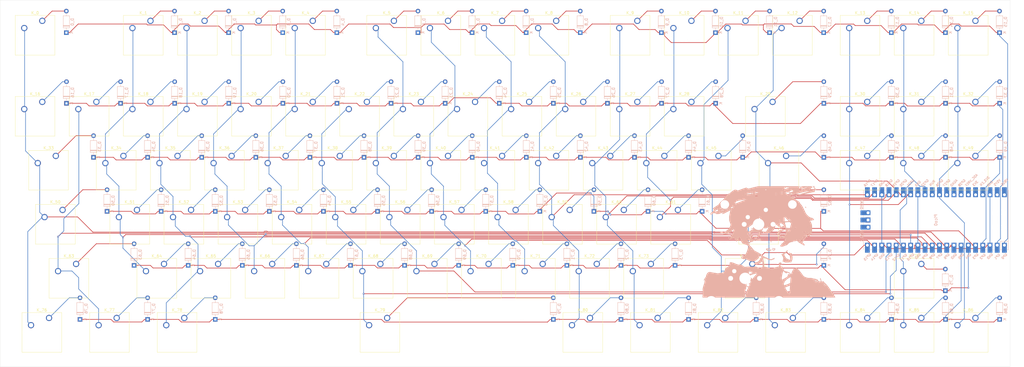
<source format=kicad_pcb>
(kicad_pcb (version 20240108) (generator "pcbnew") (generator_version "8.0")
  (layers (0 "F.Cu" signal) (31 "B.Cu" signal) (34 "B.Paste" user) (35 "F.Paste" user) (36 "B.SilkS" user "B.Silkscreen") (37 "F.SilkS" user "F.Silkscreen") (38 "B.Mask" user) (39 "F.Mask" user) (44 "Edge.Cuts" user))
  (net 0 "")
  (net 1 "row0")
  (net 2 "Net-(D_1-A)")
  (net 3 "Net-(D_2-A)")
  (net 4 "row2")
  (net 5 "row3")
  (net 6 "Net-(D_3-A)")
  (net 7 "row4")
  (net 8 "Net-(D_4-A)")
  (net 9 "GND")
  (net 10 "Net-(D_5-A)")
  (net 11 "Net-(D_6-A)")
  (net 12 "row5")
  (net 13 "Net-(D_7-A)")
  (net 14 "Net-(D_8-A)")
  (net 15 "Net-(D_9-A)")
  (net 16 "Net-(D_10-A)")
  (net 17 "Net-(D_11-A)")
  (net 18 "Net-(D_12-A)")
  (net 19 "Net-(D_13-A)")
  (net 20 "Net-(D_14-A)")
  (net 21 "Net-(D_15-A)")
  (net 22 "Net-(D_16-A)")
  (net 23 "Net-(D_17-A)")
  (net 24 "Net-(D_18-A)")
  (net 25 "Net-(D_19-A)")
  (net 26 "Net-(D_20-A)")
  (net 27 "Net-(D_21-A)")
  (net 28 "Net-(D_22-A)")
  (net 29 "Net-(D_23-A)")
  (net 30 "Net-(D_24-A)")
  (net 31 "Net-(D_25-A)")
  (net 32 "Net-(D_26-A)")
  (net 33 "Net-(D_27-A)")
  (net 34 "Net-(D_28-A)")
  (net 35 "Net-(D_29-A)")
  (net 36 "Net-(D_30-A)")
  (net 37 "Net-(D_31-A)")
  (net 38 "Net-(D_32-A)")
  (net 39 "Net-(D_33-A)")
  (net 40 "Net-(D_34-A)")
  (net 41 "Net-(D_35-A)")
  (net 42 "Net-(D_36-A)")
  (net 43 "Net-(D_37-A)")
  (net 44 "Net-(D_38-A)")
  (net 45 "Net-(D_39-A)")
  (net 46 "Net-(D_40-A)")
  (net 47 "Net-(D_41-A)")
  (net 48 "Net-(D_42-A)")
  (net 49 "Net-(D_43-A)")
  (net 50 "Net-(D_44-A)")
  (net 51 "Net-(D_45-A)")
  (net 52 "Net-(D_46-A)")
  (net 53 "Net-(D_47-A)")
  (net 54 "Net-(D_48-A)")
  (net 55 "Net-(D_49-A)")
  (net 56 "Net-(D_50-A)")
  (net 57 "Net-(D_51-A)")
  (net 58 "Net-(D_52-A)")
  (net 59 "Net-(D_53-A)")
  (net 60 "Net-(D_54-A)")
  (net 61 "Net-(D_55-A)")
  (net 62 "Net-(D_56-A)")
  (net 63 "Net-(D_57-A)")
  (net 64 "Net-(D_58-A)")
  (net 65 "Net-(D_59-A)")
  (net 66 "Net-(D_60-A)")
  (net 67 "Net-(D_61-A)")
  (net 68 "Net-(D_62-A)")
  (net 69 "Net-(D_63-A)")
  (net 70 "Net-(D_64-A)")
  (net 71 "Net-(D_65-A)")
  (net 72 "Net-(D_66-A)")
  (net 73 "Net-(D_67-A)")
  (net 74 "Net-(D_68-A)")
  (net 75 "Net-(D_69-A)")
  (net 76 "Net-(D_70-A)")
  (net 77 "Net-(D_71-A)")
  (net 78 "Net-(D_72-A)")
  (net 79 "Net-(D_73-A)")
  (net 80 "Net-(D_74-A)")
  (net 81 "Net-(D_75-A)")
  (net 82 "Net-(D_76-A)")
  (net 83 "Net-(D_77-A)")
  (net 84 "Net-(D_78-A)")
  (net 85 "Net-(D_79-A)")
  (net 86 "Net-(D_80-A)")
  (net 87 "Net-(D_81-A)")
  (net 88 "Net-(D_82-A)")
  (net 89 "Net-(D_83-A)")
  (net 90 "Net-(D_84-A)")
  (net 91 "Net-(D_85-A)")
  (net 92 "Net-(D_86-A)")
  (net 93 "Net-(D_0-A)")
  (net 94 "col0")
  (net 95 "col1")
  (net 96 "col2")
  (net 97 "col3")
  (net 98 "col4")
  (net 99 "col5")
  (net 100 "col6")
  (net 101 "col7")
  (net 102 "col8")
  (net 103 "col9")
  (net 104 "col10")
  (net 105 "col11")
  (net 106 "col12")
  (net 107 "col13")
  (net 108 "col14")
  (net 109 "col15")
  (net 110 "col16")
  (net 111 "col17")
  (net 118 "row1")
  (footprint "Button_Switch_Keyboard:SW_Cherry_MX_1.00u_PCB" (layer "F.Cu") (at 168.47 131.21)
    (property "Reference" "K_38")
    (property "Value" "KEYSW")
  )
  (footprint "Button_Switch_Keyboard:SW_Cherry_MX_1.00u_PCB" (layer "F.Cu") (at 211.3325 150.26)
    (property "Reference" "K_57")
    (property "Value" "KEYSW")
  )
  (footprint "Button_Switch_Keyboard:SW_Cherry_MX_1.00u_PCB" (layer "F.Cu") (at 373.2575 169.31)
    (property "Reference" "K_75")
    (property "Value" "KEYSW")
  )
  (footprint "Button_Switch_Keyboard:SW_Cherry_MX_1.00u_PCB" (layer "F.Cu") (at 225.62 131.21)
    (property "Reference" "K_41")
    (property "Value" "KEYSW")
  )
  (footprint "Button_Switch_Keyboard:SW_Cherry_MX_1.00u_PCB" (layer "F.Cu") (at 206.57 83.585)
    (property "Reference" "K_6")
    (property "Value" "KEYSW")
  )
  (footprint "Button_Switch_Keyboard:SW_Cherry_MX_1.00u_PCB" (layer "F.Cu") (at 197.045 112.16)
    (property "Reference" "K_23")
    (property "Value" "KEYSW")
  )
  (footprint "Button_Switch_Keyboard:SW_Cherry_MX_1.25u_PCB" (layer "F.Cu") (at 304.2013 188.36)
    (property "Reference" "K_82")
    (property "Value" "KEYSW")
  )
  (footprint "Button_Switch_Keyboard:SW_Cherry_MX_1.00u_PCB" (layer "F.Cu") (at 97.0325 150.26)
    (property "Reference" "K_51")
    (property "Value" "KEYSW")
  )
  (footprint "Button_Switch_Keyboard:SW_Cherry_MX_1.00u_PCB" (layer "F.Cu") (at 392.3075 131.21)
    (property "Reference" "K_49")
    (property "Value" "KEYSW")
  )
  (footprint "Button_Switch_Keyboard:SW_Cherry_MX_1.00u_PCB" (layer "F.Cu") (at 354.2075 131.21)
    (property "Reference" "K_47")
    (property "Value" "KEYSW")
  )
  (footprint "Button_Switch_Keyboard:SW_Cherry_MX_1.00u_PCB" (layer "F.Cu") (at 278.0075 169.31)
    (property "Reference" "K_73")
    (property "Value" "KEYSW")
  )
  (footprint "Button_Switch_Keyboard:SW_Cherry_MX_1.25u_PCB" (layer "F.Cu") (at 113.7013 188.36)
    (property "Reference" "K_78")
    (property "Value" "KEYSW")
  )
  (footprint "Button_Switch_Keyboard:SW_Cherry_MX_1.00u_PCB" (layer "F.Cu") (at 111.32 131.21)
    (property "Reference" "K_35")
    (property "Value" "KEYSW")
  )
  (footprint "Button_Switch_Keyboard:SW_Cherry_MX_1.00u_PCB" (layer "F.Cu") (at 63.695 112.16)
    (property "Reference" "K_16")
    (property "Value" "KEYSW")
  )
  (footprint "Button_Switch_Keyboard:SW_Cherry_MX_1.00u_PCB" (layer "F.Cu") (at 192.2825 150.26)
    (property "Reference" "K_56")
    (property "Value" "KEYSW")
  )
  (footprint "Button_Switch_Keyboard:SW_Cherry_MX_1.00u_PCB" (layer "F.Cu") (at 216.095 112.16)
    (property "Reference" "K_24")
    (property "Value" "KEYSW")
  )
  (footprint "Button_Switch_Keyboard:SW_Cherry_MX_1.00u_PCB" (layer "F.Cu") (at 301.82 131.21)
    (property "Reference" "K_45")
    (property "Value" "KEYSW")
  )
  (footprint "Button_Switch_Keyboard:SW_Cherry_MX_1.25u_PCB" (layer "F.Cu") (at 280.3888 188.36)
    (property "Reference" "K_81")
    (property "Value" "KEYSW")
  )
  (footprint "Button_Switch_Keyboard:SW_Cherry_MX_1.00u_PCB" (layer "F.Cu") (at 330.395 83.585)
    (property "Reference" "K_12")
    (property "Value" "KEYSW")
  )
  (footprint "Button_Switch_Keyboard:SW_Cherry_MX_1.00u_PCB" (layer "F.Cu") (at 158.945 83.585)
    (property "Reference" "K_4")
    (property "Value" "KEYSW")
  )
  (footprint "Button_Switch_Keyboard:SW_Cherry_MX_1.00u_PCB" (layer "F.Cu") (at 135.1325 150.26)
    (property "Reference" "K_53")
    (property "Value" "KEYSW")
  )
  (footprint "Button_Switch_Keyboard:SW_Cherry_MX_1.00u_PCB" (layer "F.Cu") (at 144.6575 169.31)
    (property "Reference" "K_66")
    (property "Value" "KEYSW")
  )
  (footprint "Button_Switch_Keyboard:SW_Cherry_MX_1.00u_PCB" (layer "F.Cu") (at 273.245 112.16)
    (property "Reference" "K_27")
    (property "Value" "KEYSW")
  )
  (footprint "Button_Switch_Keyboard:SW_Cherry_MX_1.00u_PCB" (layer "F.Cu") (at 106.5575 169.31)
    (property "Reference" "K_64")
    (property "Value" "KEYSW")
  )
  (footprint "Button_Switch_Keyboard:SW_Cherry_MX_1.00u_PCB" (layer "F.Cu") (at 177.995 112.16)
    (property "Reference" "K_22")
    (property "Value" "KEYSW")
  )
  (footprint "Button_Switch_Keyboard:SW_Cherry_MX_1.00u_PCB" (layer "F.Cu") (at 130.37 131.21)
    (property "Reference" "K_36")
    (property "Value" "KEYSW")
  )
  (footprint "Button_Switch_Keyboard:SW_Cherry_MX_1.00u_PCB" (layer "F.Cu") (at 235.145 112.16)
    (property "Reference" "K_25")
    (property "Value" "KEYSW")
  )
  (footprint "Button_Switch_Keyboard:SW_Cherry_MX_2.25u_PCB" (layer "F.Cu") (at 75.6013 169.31)
    (property "Reference" "K_63")
    (property "Value" "KEYSW")
  )
  (footprint "Button_Switch_Keyboard:SW_Cherry_MX_1.00u_PCB" (layer "F.Cu") (at 268.4825 150.26)
    (property "Reference" "K_60")
    (property "Value" "KEYSW")
  )
  (footprint "Button_Switch_Keyboard:SW_Cherry_MX_1.00u_PCB" (layer "F.Cu") (at 373.2575 112.16)
    (property "Reference" "K_31")
    (property "Value" "KEYSW")
  )
  (footprint "Button_Switch_Keyboard:SW_Cherry_MX_1.00u_PCB" (layer "F.Cu") (at 158.945 112.16)
    (property "Reference" "K_21")
    (property "Value" "KEYSW")
  )
  (footprint "Button_Switch_Keyboard:SW_Cherry_MX_1.00u_PCB" (layer "F.Cu") (at 201.8075 169.31)
    (property "Reference" "K_69")
    (property "Value" "KEYSW")
  )
  (footprint "Button_Switch_Keyboard:SW_Cherry_MX_1.00u_PCB" (layer "F.Cu") (at 392.3075 112.16)
    (property "Reference" "K_32")
    (property "Value" "KEYSW")
  )
  (footprint "Button_Switch_Keyboard:SW_Cherry_MX_1.00u_PCB" (layer "F.Cu") (at 263.72 131.21)
    (property "Reference" "K_43")
    (property "Value" "KEYSW")
  )
  (footprint "Button_Switch_Keyboard:SW_Cherry_MX_1.00u_PCB" (layer "F.Cu") (at 206.57 131.21)
    (property "Reference" "K_40")
    (property "Value" "KEYSW")
  )
  (footprint "Button_Switch_Keyboard:SW_Cherry_MX_1.00u_PCB" (layer "F.Cu") (at 254.195 112.16)
    (property "Reference" "K_26")
    (property "Value" "KEYSW")
  )
  (footprint "Button_Switch_Keyboard:SW_Cherry_MX_1.00u_PCB" (layer "F.Cu") (at 182.7575 169.31)
    (property "Reference" "K_68")
    (property "Value" "KEYSW")
  )
  (footprint "Button_Switch_Keyboard:SW_Cherry_MX_6.25u_PCB" (layer "F.Cu") (at 185.1388 188.36)
    (property "Reference" "K_79")
    (property "Value" "KEYSW")
  )
  (footprint "Button_Switch_Keyboard:SW_Cherry_MX_1.75u_PCB" (layer "F.Cu") (at 70.8388 150.26)
    (property "Reference" "K_50")
    (property "Value" "KEYSW")
  )
  (footprint "Button_Switch_Keyboard:SW_Cherry_MX_1.25u_PCB" (layer "F.Cu") (at 66.0763 188.36)
    (property "Reference" "K_76")
    (property "Value" "KEYSW")
  )
  (footprint "Button_Switch_Keyboard:SW_Cherry_MX_2.75u_PCB" (layer "F.Cu") (at 313.7263 169.31)
    (property "Reference" "K_74")
    (property "Value" "KEYSW")
  )
  (footprint "Button_Switch_Keyboard:SW_Cherry_MX_1.00u_PCB" (layer "F.Cu") (at 120.845 83.585)
    (property "Reference" "K_2")
    (property "Value" "KEYSW")
  )
  (footprint "Button_Switch_Keyboard:SW_Cherry_MX_1.00u_PCB" (layer "F.Cu") (at 273.245 83.585)
    (property "Reference" "K_9")
    (property "Value" "KEYSW")
  )
  (footprint "Button_Switch_Keyboard:SW_Cherry_MX_1.00u_PCB" (layer "F.Cu") (at 125.6075 169.31)
    (property "Reference" "K_65")
    (property "Value" "KEYSW")
  )
  (footprint "Button_Switch_Keyboard:SW_Cherry_MX_1.00u_PCB" (layer "F.Cu") (at 116.0825 150.26)
    (property "Reference" "K_52")
    (property "Value" "KEYSW")
  )
  (footprint "Button_Switch_Keyboard:SW_Cherry_MX_1.00u_PCB" (layer "F.Cu") (at 249.4325 150.26)
    (property "Reference" "K_59")
    (property "Value" "KEYSW")
  )
  (footprint "Button_Switch_Keyboard:SW_Cherry_MX_1.00u_PCB" (layer "F.Cu") (at 373.2575 131.21)
    (property "Reference" "K_48")
    (property "Value" "KEYSW")
  )
  (footprint "Button_Switch_Keyboard:SW_Cherry_MX_1.25u_PCB" (layer "F.Cu") (at 256.5763 188.36)
    (property "Reference" "K_80")
    (property "Value" "KEYSW")
  )
  (footprint "Button_Switch_Keyboard:SW_Cherry_MX_1.00u_PCB" (layer "F.Cu") (at 82.745 112.16)
    (property "Reference" "K_17")
    (property "Value" "KEYSW")
  )
  (footprint "Button_Switch_Keyboard:SW_Cherry_MX_1.50u_PCB" (layer "F.Cu") (at 68.4575 131.21)
    (property "Reference" "K_33")
    (property "Value" "KEYSW")
  )
  (footprint "Button_Switch_Keyboard:SW_Cherry_MX_1.00u_PCB" (layer "F.Cu") (at 92.27 131.21)
    (property "Reference" "K_34")
    (property "Value" "KEYSW")
  )
  (footprint "Button_Switch_Keyboard:SW_Cherry_MX_1.00u_PCB" (layer "F.Cu") (at 101.795 83.585)
    (property "Reference" "K_1")
    (property "Value" "KEYSW")
  )
  (footprint "Button_Switch_Keyboard:SW_Cherry_MX_1.00u_PCB" (layer "F.Cu") (at 220.8575 169.31)
    (property "Reference" "K_70")
    (property "Value" "KEYSW")
  )
  (footprint "Button_Switch_Keyboard:SW_Cherry_MX_2.00u_PCB" (layer "F.Cu") (at 320.87 112.16)
    (property "Reference" "K_29")
    (property "Value" "KEYSW")
  )
  (footprint "Button_Switch_Keyboard:SW_Cherry_MX_1.00u_PCB" (layer "F.Cu") (at 163.7075 169.31)
    (property "Reference" "K_67")
    (property "Value" "KEYSW")
  )
  (footprint "Button_Switch_Keyboard:SW_Cherry_MX_1.00u_PCB" (layer "F.Cu") (at 173.2325 150.26)
    (property "Reference" "K_55")
    (property "Value" "KEYSW")
  )
  (footprint "Button_Switch_Keyboard:SW_Cherry_MX_1.00u_PCB" (layer "F.Cu") (at 354.2075 188.36)
    (property "Reference" "K_84")
    (property "Value" "KEYSW")
  )
  (footprint "Button_Switch_Keyboard:SW_Cherry_MX_1.00u_PCB" (layer "F.Cu") (at 282.77 131.21)
    (property "Reference" "K_44")
    (property "Value" "KEYSW")
  )
  (footprint "Button_Switch_Keyboard:SW_Cherry_MX_1.00u_PCB" (layer "F.Cu") (at 244.67 83.585)
    (property "Reference" "K_8")
    (property "Value" "KEYSW")
  )
  (footprint "Button_Switch_Keyboard:SW_Cherry_MX_1.00u_PCB" (layer "F.Cu") (at 354.2075 112.16)
    (property "Reference" "K_30")
    (property "Value" "KEYSW")
  )
  (footprint "Button_Switch_Keyboard:SW_Cherry_MX_1.25u_PCB" (layer "F.Cu") (at 328.0138 188.36)
    (property "Reference" "K_83")
    (property "Value" "KEYSW")
  )
  (footprint "Button_Switch_Keyboard:SW_Cherry_MX_1.00u_PCB" (layer "F.Cu") (at 258.9575 169.31)
    (property "Reference" "K_72")
    (property "Value" "KEYSW")
  )
  (footprint "Button_Switch_Keyboard:SW_Cherry_MX_1.00u_PCB" (layer "F.Cu") (at 139.895 83.585)
    (property "Reference" "K_3")
    (property "Value" "KEYSW")
  )
  (footprint "Button_Switch_Keyboard:SW_Cherry_MX_1.00u_PCB" (layer "F.Cu") (at 187.52 131.21)
    (property "Reference" "K_39")
    (property "Value" "KEYSW")
  )
  (footprint "Button_Switch_Keyboard:SW_Cherry_MX_1.00u_PCB" (layer "F.Cu") (at 287.5325 150.26)
    (property "Reference" "K_61")
    (property "Value" "KEYSW")
  )
  (footprint "Button_Switch_Keyboard:SW_Cherry_MX_1.25u_PCB" (layer "F.Cu") (at 89.8888 188.36)
    (property "Reference" "K_77")
    (property "Value" "KEYSW")
  )
  (footprint "Button_Switch_Keyboard:SW_Cherry_MX_1.00u_PCB" (layer "F.Cu") (at 392.3075 83.585)
    (property "Reference" "K_15")
    (property "Value" "KEYSW")
  )
  (footprint "Button_Switch_Keyboard:SW_Cherry_MX_1.50u_PCB" (layer "F.Cu") (at 325.6325 131.21)
    (property "Reference" "K_46")
    (property "Value" "KEYSW")
  )
  (footprint "Button_Switch_Keyboard:SW_Cherry_MX_1.00u_PCB" (layer "F.Cu") (at 120.845 112.16)
    (property "Reference" "K_19")
    (property "Value" "KEYSW")
  )
  (footprint "Button_Switch_Keyboard:SW_Cherry_MX_2.25u_PCB" (layer "F.Cu") (at 318.4888 150.26)
    (property "Reference" "K_62")
    (property "Value" "KEYSW")
  )
  (footprint "Button_Switch_Keyboard:SW_Cherry_MX_1.00u_PCB" (layer "F.Cu") (at 373.2575 188.36)
    (property "Reference" "K_85")
    (property "Value" "KEYSW")
  )
  (footprint "Button_Switch_Keyboard:SW_Cherry_MX_1.00u_PCB" (layer "F.Cu") (at 244.67 131.21)
    (property "Reference" "K_42")
    (property "Value" "KEYSW")
  )
  (footprint "Button_Switch_Keyboard:SW_Cherry_MX_1.00u_PCB" (layer "F.Cu") (at 101.795 112.16)
    (property "Reference" "K_18")
    (property "Value" "KEYSW")
  )
  (footprint "Button_Switch_Keyboard:SW_Cherry_MX_1.00u_PCB" (layer "F.Cu") (at 230.3825 150.26)
    (property "Reference" "K_58")
    (property "Value" "KEYSW")
  )
  (footprint "Button_Switch_Keyboard:SW_Cherry_MX_1.00u_PCB" (layer "F.Cu") (at 63.695 83.585)
    (property "Reference" "K_0")
    (property "Value" "KEYSW")
  )
  (footprint "Button_Switch_Keyboard:SW_Cherry_MX_1.00u_PCB" (layer "F.Cu") (at 292.295 112.16)
    (property "Reference" "K_28")
    (property "Value" "KEYSW")
  )
  (footprint "Button_Switch_Keyboard:SW_Cherry_MX_1.00u_PCB" (layer "F.Cu") (at 292.295 83.585)
    (property "Reference" "K_10")
    (property "Value" "KEYSW")
  )
  (footprint "Button_Switch_Keyboard:SW_Cherry_MX_1.00u_PCB" (layer "F.Cu") (at 187.52 83.585)
    (property "Reference" "K_5")
    (property "Value" "KEYSW")
  )
  (footprint "Button_Switch_Keyboard:SW_Cherry_MX_1.00u_PCB" (layer "F.Cu") (at 311.345 83.585)
    (property "Reference" "K_11")
    (property "Value" "KEYSW")
  )
  (footprint "Button_Switch_Keyboard:SW_Cherry_MX_1.00u_PCB" (layer "F.Cu") (at 354.2075 83.585)
    (property "Reference" "K_13")
    (property "Value" "KEYSW")
  )
  (footprint "Button_Switch_Keyboard:SW_Cherry_MX_1.00u_PCB" (layer "F.Cu") (at 373.2575 83.585)
    (property "Reference" "K_14")
    (property "Value" "KEYSW")
  )
  (footprint "Button_Switch_Keyboard:SW_Cherry_MX_1.00u_PCB" (layer "F.Cu") (at 392.3075 188.36)
    (property "Reference" "K_86")
    (property "Value" "KEYSW")
  )
  (footprint "Button_Switch_Keyboard:SW_Cherry_MX_1.00u_PCB" (layer "F.Cu") (at 139.895 112.16)
    (property "Reference" "K_20")
    (property "Value" "KEYSW")
  )
  (footprint "Button_Switch_Keyboard:SW_Cherry_MX_1.00u_PCB" (layer "F.Cu") (at 239.9075 169.31)
    (property "Reference" "K_71")
    (property "Value" "KEYSW")
  )
  (footprint "Button_Switch_Keyboard:SW_Cherry_MX_1.00u_PCB" (layer "F.Cu") (at 154.1825 150.26)
    (property "Reference" "K_54")
    (property "Value" "KEYSW")
  )
  (footprint "Button_Switch_Keyboard:SW_Cherry_MX_1.00u_PCB" (layer "F.Cu") (at 149.42 131.21)
    (property "Reference" "K_37")
    (property "Value" "KEYSW")
  )
  (footprint "Button_Switch_Keyboard:SW_Cherry_MX_1.00u_PCB" (layer "F.Cu") (at 225.62 83.585)
    (property "Reference" "K_7")
    (property "Value" "KEYSW")
  )
  (footprint "Diode_THT:D_DO-35_SOD27_P7.62mm_Horizontal" (layer "B.Cu") (at 400.8325 188.86 90)
    (property "Reference" "D_86")
    (property "Value" "1N4148")
  )
  (footprint "Diode_THT:D_DO-35_SOD27_P7.62mm_Horizontal" (layer "B.Cu") (at 205.57 112.66 90)
    (property "Reference" "D_23")
    (property "Value" "1N4148")
  )
  (footprint "Diode_THT:D_DO-35_SOD27_P7.62mm_Horizontal" (layer "B.Cu") (at 229.3825 169.81 90)
    (property "Reference" "D_70")
    (property "Value" "1N4148")
  )
  (footprint "Diode_THT:D_DO-35_SOD27_P7.62mm_Horizontal" (layer "B.Cu") (at 272.245 131.71 90)
    (property "Reference" "D_43")
    (property "Value" "1N4148")
  )
  (footprint "Diode_THT:D_DO-35_SOD27_P7.62mm_Horizontal" (layer "B.Cu") (at 124.6075 188.86 90)
    (property "Reference" "D_78")
    (property "Value" "1N4148")
  )
  (footprint "Diode_THT:D_DO-35_SOD27_P7.62mm_Horizontal" (layer "B.Cu") (at 338.92 169.81 90)
    (property "Reference" "D_74")
    (property "Value" "1N4148")
  )
  (footprint "Diode_THT:D_DO-35_SOD27_P7.62mm_Horizontal" (layer "B.Cu") (at 296.0575 150.76 90)
    (property "Reference" "D_61")
    (property "Value" "1N4148")
  )
  (footprint "Diode_THT:D_DO-35_SOD27_P7.62mm_Horizontal" (layer "B.Cu") (at 210.3325 169.81 90)
    (property "Reference" "D_69")
    (property "Value" "1N4148")
  )
  (footprint "Diode_THT:D_DO-35_SOD27_P7.62mm_Horizontal" (layer "B.Cu") (at 338.92 131.71 90)
    (property "Reference" "D_46")
    (property "Value" "1N4148")
  )
  (footprint "Diode_THT:D_DO-35_SOD27_P7.62mm_Horizontal" (layer "B.Cu") (at 400.8325 131.71 90)
    (property "Reference" "D_49")
    (property "Value" "1N4148")
  )
  (footprint "Diode_THT:D_DO-35_SOD27_P7.62mm_Horizontal" (layer "B.Cu") (at 281.7175 87.76 90)
    (property "Reference" "D_9")
    (property "Value" "1N4148")
  )
  (footprint "Diode_THT:D_DO-35_SOD27_P7.62mm_Horizontal" (layer "B.Cu") (at 243.67 112.66 90)
    (property "Reference" "D_25")
    (property "Value" "1N4148")
  )
  (footprint "Diode_THT:D_DO-35_SOD27_P7.62mm_Horizontal" (layer "B.Cu") (at 277.0075 150.76 90)
    (property "Reference" "D_60")
    (property "Value" "1N4148")
  )
  (footprint "Diode_THT:D_DO-35_SOD27_P7.62mm_Horizontal" (layer "B.Cu") (at 148.3675 87.76 90)
    (property "Reference" "D_3")
    (property "Value" "1N4148")
  )
  (footprint "Diode_THT:D_DO-35_SOD27_P7.62mm_Horizontal" (layer "B.Cu") (at 172.2325 169.81 90)
    (property "Reference" "D_67")
    (property "Value" "1N4148")
  )
  (footprint "Diode_THT:D_DO-35_SOD27_P7.62mm_Horizontal" (layer "B.Cu") (at 119.845 131.71 90)
    (property "Reference" "D_35")
    (property "Value" "1N4148")
  )
  (footprint "Diode_THT:D_DO-35_SOD27_P7.62mm_Horizontal" (layer "B.Cu") (at 96.0325 169.81 90)
    (property "Reference" "D_63")
    (property "Value" "1N4148")
  )
  (footprint "Diode_THT:D_DO-35_SOD27_P7.62mm_Horizontal" (layer "B.Cu") (at 191.2825 169.81 90)
    (property "Reference" "D_68")
    (property "Value" "1N4148")
  )
  (footprint "Diode_THT:D_DO-35_SOD27_P7.62mm_Horizontal" (layer "B.Cu") (at 338.8675 87.76 90)
    (property "Reference" "D_12")
    (property "Value" "1N4148")
  )
  (footprint "Diode_THT:D_DO-35_SOD27_P7.62mm_Horizontal" (layer "B.Cu") (at 319.8175 87.76 90)
    (property "Reference" "D_11")
    (property "Value" "1N4148")
  )
  (footprint "Diode_THT:D_DO-35_SOD27_P7.62mm_Horizontal" (layer "B.Cu") (at 148.42 112.66 90)
    (property "Reference" "D_20")
    (property "Value" "1N4148")
  )
  (footprint "Diode_THT:D_DO-35_SOD27_P7.62mm_Horizontal" (layer "B.Cu") (at 300.82 112.66 90)
    (property "Reference" "D_28")
    (property "Value" "1N4148")
  )
  (footprint "Diode_THT:D_DO-35_SOD27_P7.62mm_Horizontal" (layer "B.Cu") (at 362.7325 112.66 90)
    (property "Reference" "D_30")
    (property "Value" "1N4148")
  )
  (footprint "Diode_THT:D_DO-35_SOD27_P7.62mm_Horizontal" (layer "B.Cu") (at 362.7325 188.86 90)
    (property "Reference" "D_84")
    (property "Value" "1N4148")
  )
  (footprint "Diode_THT:D_DO-35_SOD27_P7.62mm_Horizontal" (layer "B.Cu") (at 91.27 112.66 90)
    (property "Reference" "D_17")
    (property "Value" "1N4148")
  )
  (footprint "Diode_THT:D_DO-35_SOD27_P7.62mm_Horizontal" (layer "B.Cu") (at 338.92 112.66 90)
    (property "Reference" "D_29")
    (property "Value" "1N4148")
  )
  (footprint "Diode_THT:D_DO-35_SOD27_P7.62mm_Horizontal" (layer "B.Cu") (at 215.0425 87.76 90)
    (property "Reference" "D_6")
    (property "Value" "1N4148")
  )
  (footprint "Diode_THT:D_DO-35_SOD27_P7.62mm_Horizontal" (layer "B.Cu") (at 100.795 131.71 90)
    (property "Reference" "D_34")
    (property "Value" "1N4148")
  )
  (footprint "Diode_THT:D_DO-35_SOD27_P7.62mm_Horizontal" (layer "B.Cu") (at 181.7575 150.76 90)
    (property "Reference" "D_55")
    (property "Value" "1N4148")
  )
  (footprint "Diode_THT:D_DO-35_SOD27_P7.62mm_Horizontal" (layer "B.Cu") (at 267.4825 188.86 90)
    (property "Reference" "D_80")
    (property "Value" "1N4148")
  )
  (footprint "Diode_THT:D_DO-35_SOD27_P7.62mm_Horizontal" (layer "B.Cu") (at 381.71 178.75 90)
    (property "Reference" "D_75")
    (property "Value" "1N4148")
  )
  (footprint "Diode_THT:D_DO-35_SOD27_P7.62mm_Horizontal" (layer "B.Cu") (at 224.62 112.66 90)
    (property "Reference" "D_24")
    (property "Value" "1N4148")
  )
  (footprint "Diode_THT:D_DO-35_SOD27_P7.62mm_Horizontal" (layer "B.Cu") (at 115.0825 169.81 90)
    (property "Reference" "D_64")
    (property "Value" "1N4148")
  )
  (footprint "Diode_THT:D_DO-35_SOD27_P7.62mm_Horizontal" (layer "B.Cu") (at 248.4325 169.81 90)
    (property "Reference" "D_71")
    (property "Value" "1N4148")
  )
  (footprint "Diode_THT:D_DO-35_SOD27_P7.62mm_Horizontal" (layer "B.Cu") (at 100.795 188.86 90)
    (property "Reference" "D_77")
    (property "Value" "1N4148")
  )
  (footprint "Diode_THT:D_DO-35_SOD27_P7.62mm_Horizontal" (layer "B.Cu") (at 186.52 112.66 90)
    (property "Reference" "D_22")
    (property "Value" "1N4148")
  )
  (footprint "Diode_THT:D_DO-35_SOD27_P7.62mm_Horizontal" (layer "B.Cu") (at 238.9075 150.76 90)
    (property "Reference" "D_58")
    (property "Value" "1N4148")
  )
  (footprint "Diode_THT:D_DO-35_SOD27_P7.62mm_Horizontal" (layer "B.Cu") (at 338.92 188.86 90)
    (property "Reference" "D_83")
    (property "Value" "1N4148")
  )
  (footprint "Diode_THT:D_DO-35_SOD27_P7.62mm_Horizontal" (layer "B.Cu") (at 234.0925 87.76 90)
    (property "Reference" "D_7")
    (property "Value" "1N4148")
  )
  (footprint "Diode_THT:D_DO-35_SOD27_P7.62mm_Horizontal" (layer "B.Cu") (at 400.8325 112.66 90)
    (property "Reference" "D_32")
    (property "Value" "1N4148")
  )
  (footprint "Diode_THT:D_DO-35_SOD27_P7.62mm_Horizontal" (layer "B.Cu") (at 381.7825 131.71 90)
    (property "Reference" "D_48")
    (property "Value" "1N4148")
  )
  (footprint "Diode_THT:D_DO-35_SOD27_P7.62mm_Horizontal" (layer "B.Cu") (at 143.6575 150.76 90)
    (property "Reference" "D_53")
    (property "Value" "1N4148")
  )
  (footprint "Diode_THT:D_DO-35_SOD27_P7.62mm_Horizontal" (layer "B.Cu") (at 281.77 112.66 90)
    (property "Reference" "D_27")
    (property "Value" "1N4148")
  )
  (footprint "Diode_THT:D_DO-35_SOD27_P7.62mm_Horizontal" (layer "B.Cu") (at 362.7325 131.71 90)
    (property "Reference" "D_47")
    (property "Value" "1N4148")
  )
  (footprint "Diode_THT:D_DO-35_SOD27_P7.62mm_Horizontal" (layer "B.Cu") (at 129.37 112.66 90)
    (property "Reference" "D_19")
    (property "Value" "1N4148")
  )
  (footprint "Diode_THT:D_DO-35_SOD27_P7.62mm_Horizontal" (layer "B.Cu") (at 215.095 131.71 90)
    (property "Reference" "D_40")
    (property "Value" "1N4148")
  )
  (footprint "Diode_THT:D_DO-35_SOD27_P7.62mm_Horizontal" (layer "B.Cu") (at 138.895 131.71 90)
    (property "Reference" "D_36")
    (property "Value" "1N4148")
  )
  (footprint "Diode_THT:D_DO-35_SOD27_P7.62mm_Horizontal" (layer "B.Cu") (at 381.73 87.76 90)
    (property "Reference" "D_14")
    (property "Value" "1N4148")
  )
  (footprint "Diode_THT:D_DO-35_SOD27_P7.62mm_Horizontal" (layer "B.Cu") (at 291.295 188.86 90)
    (property "Reference" "D_81")
    (property "Value" "1N4148")
  )
  (footprint "Diode_THT:D_DO-35_SOD27_P7.62mm_Horizontal" (layer "B.Cu") (at 157.945 131.71 90)
    (property "Reference" "D_37")
    (property "Value" "1N4148")
  )
  (footprint "Diode_THT:D_DO-35_SOD27_P7.62mm_Horizontal" (layer "B.Cu") (at 110.2675 87.76 90)
    (property "Reference" "D_1")
    (property "Value" "1N4148")
  )
  (footprint "Diode_THT:D_DO-35_SOD27_P7.62mm_Horizontal" (layer "B.Cu") (at 86.5075 150.76 90)
    (property "Reference" "D_50")
    (property "Value" "1N4148")
  )
  (footprint "Diode_THT:D_DO-35_SOD27_P7.62mm_Horizontal" (layer "B.Cu") (at 81.745 131.71 90)
    (property "Reference" "D_33")
    (property "Value" "1N4148")
  )
  (footprint "Diode_THT:D_DO-35_SOD27_P7.62mm_Horizontal" (layer "B.Cu") (at 72.22 112.66 90)
    (property "Reference" "D_16")
    (property "Value" "1N4148")
  )
  (footprint "Diode_THT:D_DO-35_SOD27_P7.62mm_Horizontal" (layer "B.Cu") (at 253.195 131.71 90)
    (property "Reference" "D_42")
    (property "Value" "1N4148")
  )
  (footprint "Diode_THT:D_DO-35_SOD27_P7.62mm_Horizontal" (layer "B.Cu") (at 129.3175 87.76 90)
    (property "Reference" "D_2")
    (property "Value" "1N4148")
  )
  (footprint "Diode_THT:D_DO-35_SOD27_P7.62mm_Horizontal" (layer "B.Cu") (at 291.295 131.71 90)
    (property "Reference" "D_44")
    (property "Value" "1N4148")
  )
  (footprint "Diode_THT:D_DO-35_SOD27_P7.62mm_Horizontal" (layer "B.Cu") (at 72.1675 87.76 90)
    (property "Reference" "D_0")
    (property "Value" "1N4148")
  )
  (footprint "Diode_THT:D_DO-35_SOD27_P7.62mm_Horizontal" (layer "B.Cu") (at 167.47 112.66 90)
    (property "Reference" "D_21")
    (property "Value" "1N4148")
  )
  (footprint "Diode_THT:D_DO-35_SOD27_P7.62mm_Horizontal" (layer "B.Cu") (at 315.1075 188.86 90)
    (property "Reference" "D_82")
    (property "Value" "1N4148")
  )
  (footprint "Diode_THT:D_DO-35_SOD27_P7.62mm_Horizontal" (layer "B.Cu") (at 338.92 150.76 90)
    (property "Reference" "D_62")
    (property "Value" "1N4148")
  )
  (footprint "Diode_THT:D_DO-35_SOD27_P7.62mm_Horizontal" (layer "B.Cu") (at 253.1425 87.76 90)
    (property "Reference" "D_8")
    (property "Value" "1N4148")
  )
  (footprint "Diode_THT:D_DO-35_SOD27_P7.62mm_Horizontal" (layer "B.Cu") (at 153.1825 169.81 90)
    (property "Reference" "D_66")
    (property "Value" "1N4148")
  )
  (footprint "Diode_THT:D_DO-35_SOD27_P7.62mm_Horizontal" (layer "B.Cu") (at 400.78 87.76 90)
    (property "Reference" "D_15")
    (property "Value" "1N4148")
  )
  (footprint "LOGO" (layer "B.Cu") (at 318.621631 161.499209 180)
    (property "Reference" "G***" (hide yes))
    (property "Value" "LOGO" (hide yes))
  )
  (footprint "Diode_THT:D_DO-35_SOD27_P7.62mm_Horizontal" (layer "B.Cu") (at 110.32 112.66 90)
    (property "Reference" "D_18")
    (property "Value" "1N4148")
  )
  (footprint "Diode_THT:D_DO-35_SOD27_P7.62mm_Horizontal" (layer "B.Cu") (at 124.6075 150.76 90)
    (property "Reference" "D_52")
    (property "Value" "1N4148")
  )
  (footprint "Diode_THT:D_DO-35_SOD27_P7.62mm_Horizontal" (layer "B.Cu") (at 167.4175 87.76 90)
    (property "Reference" "D_4")
    (property "Value" "1N4148")
  )
  (footprint "Diode_THT:D_DO-35_SOD27_P7.62mm_Horizontal" (layer "B.Cu") (at 310.345 131.71 90)
    (property "Reference" "D_45")
    (property "Value" "1N4148")
  )
  (footprint "Diode_THT:D_DO-35_SOD27_P7.62mm_Horizontal" (layer "B.Cu") (at 176.995 131.71 90)
    (property "Reference" "D_38")
    (property "Value" "1N4148")
  )
  (footprint "MCU_RaspberryPi_and_Boards:RPi_Pico_SMD_TH" (layer "B.Cu") (at 378.38 153.81 90)
    (property "Reference" "Pico0")
    (property "Value" "Pico")
  )
  (footprint "Diode_THT:D_DO-35_SOD27_P7.62mm_Horizontal" (layer "B.Cu") (at 162.7075 150.76 90)
    (property "Reference" "D_54")
    (property "Value" "1N4148")
  )
  (footprint "Diode_THT:D_DO-35_SOD27_P7.62mm_Horizontal" (layer "B.Cu") (at 105.5575 150.76 90)
    (property "Reference" "D_51")
    (property "Value" "1N4148")
  )
  (footprint "Diode_THT:D_DO-35_SOD27_P7.62mm_Horizontal" (layer "B.Cu") (at 76.9825 188.86 90)
    (property "Reference" "D_76")
    (property "Value" "1N4148")
  )
  (footprint "Diode_THT:D_DO-35_SOD27_P7.62mm_Horizontal" (layer "B.Cu") (at 219.8575 150.76 90)
    (property "Reference" "D_57")
    (property "Value" "1N4148")
  )
  (footprint "Diode_THT:D_DO-35_SOD27_P7.62mm_Horizontal" (layer "B.Cu") (at 200.8075 150.76 90)
    (property "Reference" "D_56")
    (property "Value" "1N4148")
  )
  (footprint "Diode_THT:D_DO-35_SOD27_P7.62mm_Horizontal" (layer "B.Cu") (at 381.7825 188.86 90)
    (property "Reference" "D_85")
    (property "Value" "1N4148")
  )
  (footprint "Diode_THT:D_DO-35_SOD27_P7.62mm_Horizontal" (layer "B.Cu") (at 381.7825 112.66 90)
    (property "Reference" "D_31")
    (property "Value" "1N4148")
  )
  (footprint "Diode_THT:D_DO-35_SOD27_P7.62mm_Horizontal" (layer "B.Cu") (at 362.68 87.76 90)
    (property "Reference" "D_13")
    (property "Value" "1N4148")
  )
  (footprint "Diode_THT:D_DO-35_SOD27_P7.62mm_Horizontal" (layer "B.Cu") (at 195.9925 87.76 90)
    (property "Reference" "D_5")
    (property "Value" "1N4148")
  )
  (footprint "Diode_THT:D_DO-35_SOD27_P7.62mm_Horizontal" (layer "B.Cu") (at 257.9575 150.76 90)
    (property "Reference" "D_59")
    (property "Value" "1N4148")
  )
  (footprint "Diode_THT:D_DO-35_SOD27_P7.62mm_Horizontal" (layer "B.Cu") (at 267.4825 169.81 90)
    (property "Reference" "D_72")
    (property "Value" "1N4148")
  )
  (footprint "Diode_THT:D_DO-35_SOD27_P7.62mm_Horizontal" (layer "B.Cu") (at 262.72 112.66 90)
    (property "Reference" "D_26")
    (property "Value" "1N4148")
  )
  (footprint "Diode_THT:D_DO-35_SOD27_P7.62mm_Horizontal" (layer "B.Cu") (at 234.145 131.71 90)
    (property "Reference" "D_41")
    (property "Value" "1N4148")
  )
  (footprint "Diode_THT:D_DO-35_SOD27_P7.62mm_Horizontal" (layer "B.Cu") (at 243.67 188.86 90)
    (property "Reference" "D_79")
    (property "Value" "1N4148")
  )
  (footprint "Diode_THT:D_DO-35_SOD27_P7.62mm_Horizontal" (layer "B.Cu") (at 300.7675 87.76 90)
    (property "Reference" "D_10")
    (property "Value" "1N4148")
  )
  (footprint "Diode_THT:D_DO-35_SOD27_P7.62mm_Horizontal" (layer "B.Cu") (at 134.1325 169.81 90)
    (property "Reference" "D_65")
    (property "Value" "1N4148")
  )
  (footprint "Diode_THT:D_DO-35_SOD27_P7.62mm_Horizontal" (layer "B.Cu") (at 286.5325 169.81 90)
    (property "Reference" "D_73")
    (property "Value" "1N4148")
  )
  (footprint "Diode_THT:D_DO-35_SOD27_P7.62mm_Horizontal" (layer "B.Cu") (at 196.045 131.71 90)
    (property "Reference" "D_39")
    (property "Value" "1N4148")
  )
  (gr_rect (start 48.82875 76.26) (end 404.49125 205.575) (stroke (width 0.05)) (fill none) (layer "Edge.Cuts"))
  (segment (start 335.5508 85.545) (end 337.7658 87.76) (width 0.2) (layer "F.Cu") (net 1))
  (segment (start 100.7355 85.0251) (end 106.4309 85.0251) (width 0.2) (layer "F.Cu") (net 1))
  (segment (start 171.58 84.6992) (end 186.1346 84.6992) (width 0.2) (layer "F.Cu") (net 1))
  (segment (start 230.4752 85.2444) (end 232.9908 87.76) (width 0.2) (layer "F.Cu") (net 1))
  (segment (start 282.8192 88.8617) (end 282.8192 87.76) (width 0.2) (layer "F.Cu") (net 1))
  (segment (start 328.3417 85.545) (end 335.5508 85.545) (width 0.2) (layer "F.Cu") (net 1))
  (segment (start 319.8175 87.76) (end 318.7158 87.76) (width 0.2) (layer "F.Cu") (net 1))
  (segment (start 254.2442 87.76) (end 257.305 84.6992) (width 0.2) (layer "F.Cu") (net 1))
  (segment (start 386.5377 84.7036) (end 383.6847 84.7036) (width 0.2) (layer "F.Cu") (net 1))
  (segment (start 234.0925 87.76) (end 232.9908 87.76) (width 0.2) (layer "F.Cu") (net 1))
  (segment (start 366.2743 84.7166) (end 371.8895 84.7166) (width 0.2) (layer "F.Cu") (net 1))
  (segment (start 207.1437 86.6583) (end 212.8391 86.6583) (width 0.2) (layer "F.Cu") (net 1))
  (segment (start 125.8836 85.4278) (end 128.2158 87.76) (width 0.2) (layer "F.Cu") (net 1))
  (segment (start 317.6141 85.02) (end 317.9548 84.6793) (width 0.2) (layer "F.Cu") (net 1))
  (segment (start 387.2619 85.4278) (end 386.5377 84.7036) (width 0.2) (layer "F.Cu") (net 1))
  (segment (start 76.33 84.6992) (end 100.4096 84.6992) (width 0.2) (layer "F.Cu") (net 1))
  (segment (start 383.6847 84.7036) (end 380.6283 87.76) (width 0.2) (layer "F.Cu") (net 1))
  (segment (start 157.5356 84.6752) (end 159.5187 86.6583) (width 0.2) (layer "F.Cu") (net 1))
  (segment (start 359.0627 85.2444) (end 349.9342 85.2444) (width 0.2) (layer "F.Cu") (net 1))
  (segment (start 187.3845 85.9491) (end 197.0942 85.9491) (width 0.2) (layer "F.Cu") (net 1))
  (segment (start 257.305 84.6992) (end 271.8596 84.6992) (width 0.2) (layer "F.Cu") (net 1))
  (segment (start 297.4583 91.247) (end 285.2045 91.247) (width 0.2) (layer "F.Cu") (net 1))
  (segment (start 100.4096 84.6992) (end 100.7355 85.0251) (width 0.2) (layer "F.Cu") (net 1))
  (segment (start 300.9453 87.76) (end 297.4583 91.247) (width 0.2) (layer "F.Cu") (net 1))
  (segment (start 318.7158 87.76) (end 317.6141 86.6583) (width 0.2) (layer "F.Cu") (net 1))
  (segment (start 109.1658 87.76) (end 112.2222 84.7036) (width 0.2) (layer "F.Cu") (net 1))
  (segment (start 397.3461 85.4278) (end 387.2619 85.4278) (width 0.2) (layer "F.Cu") (net 1))
  (segment (start 361.5783 87.76) (end 359.0627 85.2444) (width 0.2) (layer "F.Cu") (net 1))
  (segment (start 112.2222 84.7036) (end 115.0752 84.7036) (width 0.2) (layer "F.Cu") (net 1))
  (segment (start 273.8187 86.6583) (end 279.5141 86.6583) (width 0.2) (layer "F.Cu") (net 1))
  (segment (start 138.8574 85.047) (end 146.1641 85.047) (width 0.2) (layer "F.Cu") (net 1))
  (segment (start 147.2658 87.76) (end 146.1641 86.6583) (width 0.2) (layer "F.Cu") (net 1))
  (segment (start 159.5187 86.6583) (end 165.2141 86.6583) (width 0.2) (layer "F.Cu") (net 1))
  (segment (start 197.0942 85.9491) (end 198.3267 84.7166) (width 0.2) (layer "F.Cu") (net 1))
  (segment (start 363.7817 87.2092) (end 366.2743 84.7166) (width 0.2) (layer "F.Cu") (net 1))
  (segment (start 195.9925 87.76) (end 197.0942 87.76) (width 0.2) (layer "F.Cu") (net 1))
  (segment (start 168.5192 87.76) (end 171.58 84.6992) (width 0.2) (layer "F.Cu") (net 1))
  (segment (start 399.6783 87.76) (end 397.3461 85.4278) (width 0.2) (layer "F.Cu") (net 1))
  (segment (start 243.2605 84.6751) (end 245.2437 86.6583) (width 0.2) (layer "F.Cu") (net 1))
  (segment (start 167.4175 87.76) (end 166.3158 87.76) (width 0.2) (layer "F.Cu") (net 1))
  (segment (start 128.2158 87.76) (end 131.3007 84.6751) (width 0.2) (layer "F.Cu") (net 1))
  (segment (start 110.2675 87.76) (end 109.1658 87.76) (width 0.2) (layer "F.Cu") (net 1))
  (segment (start 250.9391 86.6583) (end 252.0408 87.76) (width 0.2) (layer "F.Cu") (net 1))
  (segment (start 197.0942 87.76) (end 197.0942 85.9491) (width 0.2) (layer "F.Cu") (net 1))
  (segment (start 245.2437 86.6583) (end 250.9391 86.6583) (width 0.2) (layer "F.Cu") (net 1))
  (segment (start 362.8578 87.76) (end 363.7817 87.76) (width 0.2) (layer "F.Cu") (net 1))
  (segment (start 281.7175 87.76) (end 282.8192 87.76) (width 0.2) (layer "F.Cu") (net 1))
  (segment (start 301.8692 87.76) (end 301.8692 87.2092) (width 0.2) (layer "F.Cu") (net 1))
  (segment (start 301.8692 87.2092) (end 304.3618 84.7166) (width 0.2) (layer "F.Cu") (net 1))
  (segment (start 317.9548 84.6793) (end 327.476 84.6793) (width 0.2) (layer "F.Cu") (net 1))
  (segment (start 186.1346 84.6992) (end 187.3845 85.9491) (width 0.2) (layer "F.Cu") (net 1))
  (segment (start 327.476 84.6793) (end 328.3417 85.545) (width 0.2) (layer "F.Cu") (net 1))
  (segment (start 349.9342 85.2444) (end 349.4131 84.7233) (width 0.2) (layer "F.Cu") (net 1))
  (segment (start 362.68 87.76) (end 361.5783 87.76) (width 0.2) (layer "F.Cu") (net 1))
  (segment (start 304.3618 84.7166) (end 309.977 84.7166) (width 0.2) (layer "F.Cu") (net 1))
  (segment (start 167.4175 87.76) (end 168.5192 87.76) (width 0.2) (layer "F.Cu") (net 1))
  (segment (start 363.7817 87.76) (end 363.7817 87.2092) (width 0.2) (layer "F.Cu") (net 1))
  (segment (start 217.014 84.6868) (end 221.1815 84.6868) (width 0.2) (layer "F.Cu") (net 1))
  (segment (start 232.9908 87.76) (end 236.0757 84.6751) (width 0.2) (layer "F.Cu") (net 1))
  (segment (start 349.4131 84.7233) (end 343.0059 84.7233) (width 0.2) (layer "F.Cu") (net 1))
  (segment (start 205.202 84.7166) (end 207.1437 86.6583) (width 0.2) (layer "F.Cu") (net 1))
  (segment (start 106.4309 85.0251) (end 109.1658 87.76) (width 0.2) (layer "F.Cu") (net 1))
  (segment (start 221.1815 84.6868) (end 221.7391 85.2444) (width 0.2) (layer "F.Cu") (net 1))
  (segment (start 300.9453 87.76) (end 301.8692 87.76) (width 0.2) (layer "F.Cu") (net 1))
  (segment (start 281.7175 87.76) (end 280.6158 87.76) (width 0.2) (layer "F.Cu") (net 1))
  (segment (start 165.2141 86.6583) (end 166.3158 87.76) (width 0.2) (layer "F.Cu") (net 1))
  (segment (start 236.0757 84.6751) (end 243.2605 84.6751) (width 0.2) (layer "F.Cu") (net 1))
  (segment (start 212.8391 86.6583) (end 213.9408 87.76) (width 0.2) (layer "F.Cu") (net 1))
  (segment (start 271.8596 84.6992) (end 273.8187 86.6583) (width 0.2) (layer "F.Cu") (net 1))
  (segment (start 279.5141 86.6583) (end 280.6158 87.76) (width 0.2) (layer "F.Cu") (net 1))
  (segment (start 198.3267 84.7166) (end 205.202 84.7166) (width 0.2) (layer "F.Cu") (net 1))
  (segment (start 221.7391 85.2444) (end 230.4752 85.2444) (width 0.2) (layer "F.Cu") (net 1))
  (segment (start 146.5359 84.6752) (end 157.5356 84.6752) (width 0.2) (layer "F.Cu") (net 1))
  (segment (start 362.8578 87.76) (end 362.68 87.76) (width 0.2) (layer "F.Cu") (net 1))
  (segment (start 73.2692 87.76) (end 76.33 84.6992) (width 0.2) (layer "F.Cu") (net 1))
  (segment (start 300.7675 87.76) (end 300.9453 87.76) (width 0.2) (layer "F.Cu") (net 1))
  (segment (start 372.198 85.0251) (end 377.8934 85.0251) (width 0.2) (layer "F.Cu") (net 1))
  (segment (start 146.1641 85.047) (end 146.5359 84.6752) (width 0.2) (layer "F.Cu") (net 1))
  (segment (start 317.6141 86.6583) (end 317.6141 85.02) (width 0.2) (layer "F.Cu") (net 1))
  (segment (start 115.7994 85.4278) (end 125.8836 85.4278) (width 0.2) (layer "F.Cu") (net 1))
  (segment (start 310.2804 85.02) (end 317.6141 85.02) (width 0.2) (layer "F.Cu") (net 1))
  (segment (start 338.8675 87.76) (end 339.9692 87.76) (width 0.2) (layer "F.Cu") (net 1))
  (segment (start 148.3675 87.76) (end 147.2658 87.76) (width 0.2) (layer "F.Cu") (net 1))
  (segment (start 381.73 87.76) (end 380.6283 87.76) (width 0.2) (layer "F.Cu") (net 1))
  (segment (start 72.1675 87.76) (end 73.2692 87.76) (width 0.2) (layer "F.Cu") (net 1))
  (segment (start 129.3175 87.76) (end 128.2158 87.76) (width 0.2) (layer "F.Cu") (net 1))
  (segment (start 115.0752 84.7036) (end 115.7994 85.4278) (width 0.2) (layer "F.Cu") (net 1))
  (segment (start 253.1425 87.76) (end 252.0408 87.76) (width 0.2) (layer "F.Cu") (net 1))
  (segment (start 215.0425 87.76) (end 213.9408 87.76) (width 0.2) (layer "F.Cu") (net 1))
  (segment (start 253.1425 87.76) (end 254.2442 87.76) (width 0.2) (layer "F.Cu") (net 1))
  (segment (start 285.2045 91.247) (end 282.8192 88.8617) (width 0.2) (layer "F.Cu") (net 1))
  (segment (start 309.977 84.7166) (end 310.2804 85.02) (width 0.2) (layer "F.Cu") (net 1))
  (segment (start 338.8675 87.76) (end 337.7658 87.76) (width 0.2) (layer "F.Cu") (net 1))
  (segment (start 131.3007 84.6751) (end 138.4855 84.6751) (width 0.2) (layer "F.Cu") (net 1))
  (segment (start 377.8934 85.0251) (end 380.6283 87.76) (width 0.2) (layer "F.Cu") (net 1))
  (segment (start 146.1641 86.6583) (end 146.1641 85.047) (width 0.2) (layer "F.Cu") (net 1))
  (segment (start 371.8895 84.7166) (end 372.198 85.0251) (width 0.2) (layer "F.Cu") (net 1))
  (segment (start 343.0059 84.7233) (end 339.9692 87.76) (width 0.2) (layer "F.Cu") (net 1))
  (segment (start 213.9408 87.76) (end 217.014 84.6868) (width 0.2) (layer "F.Cu") (net 1))
  (segment (start 138.4855 84.6751) (end 138.8574 85.047) (width 0.2) (layer "F.Cu") (net 1))
  (segment (start 400.78 87.76) (end 399.6783 87.76) (width 0.2) (layer "F.Cu") (net 1))
  (segment (start 403.6617 91.7434) (end 400.78 88.8617) (width 0.2) (layer "B.Cu") (net 1))
  (segment (start 403.6617 160.3966) (end 403.6617 91.7434) (width 0.2) (layer "B.Cu") (net 1))
  (segment (start 402.51 162.7) (end 402.51 161.5483) (width 0.2) (layer "B.Cu") (net 1))
  (segment (start 402.51 161.5483) (end 403.6617 160.3966) (width 0.2) (layer "B.Cu") (net 1))
  (segment (start 400.78 87.76) (end 400.78 88.8617) (width 0.2) (layer "B.Cu") (net 1))
  (segment (start 110.2675 80.14) (end 105.24 80.14) (width 0.2) (layer "F.Cu") (net 2))
  (segment (start 105.24 80.14) (end 101.795 83.585) (width 0.2) (layer "F.Cu") (net 2))
  (segment (start 124.29 80.14) (end 120.845 83.585) (width 0.2) (layer "F.Cu") (net 3))
  (segment (start 129.3175 80.14) (end 124.29 80.14) (width 0.2) (layer "F.Cu") (net 3))
  (segment (start 291.295 131.71) (end 290.1933 131.71) (width 0.2) (layer "F.Cu") (net 4))
  (segment (start 252.6442 131.71) (end 253.195 131.71) (width 0.2) (layer "F.Cu") (net 4))
  (segment (start 242.0752 132.6287) (end 251.1746 132.6287) (width 0.2) (layer "F.Cu") (net 4))
  (segment (start 157.945 131.71) (end 166.4704 131.71) (width 0.2) (layer "F.Cu") (net 4))
  (segment (start 100.2442 131.71) (end 99.6933 131.71) (width 0.2) (layer "F.Cu") (net 4))
  (segment (start 272.245 131.71) (end 271.1433 131.71) (width 0.2) (layer "F.Cu") (net 4))
  (segment (start 381.7825 131.71) (end 390.3079 131.71) (width 0.2) (layer "F.Cu") (net 4))
  (segment (start 136.8785 132.6248) (end 137.7933 131.71) (width 0.2) (layer "F.Cu") (net 4))
  (segment (start 251.1746 132.6287) (end 252.0933 131.71) (width 0.2) (layer "F.Cu") (net 4))
  (segment (start 360.6813 132.6595) (end 349.7845 132.6595) (width 0.2) (layer "F.Cu") (net 4))
  (segment (start 361.6308 131.71) (end 360.6813 132.6595) (width 0.2) (layer "F.Cu") (net 4))
  (segment (start 234.145 131.71) (end 241.1565 131.71) (width 0.2) (layer "F.Cu") (net 4))
  (segment (start 98.7746 132.6287) (end 99.6933 131.71) (width 0.2) (layer "F.Cu") (net 4))
  (segment (start 196.045 131.71) (end 203.0565 131.71) (width 0.2) (layer "F.Cu") (net 4))
  (segment (start 203.0565 131.71) (end 203.9752 132.6287) (width 0.2) (layer "F.Cu") (net 4))
  (segment (start 215.095 131.71) (end 223.6204 131.71) (width 0.2) (layer "F.Cu") (net 4))
  (segment (start 176.995 131.71) (end 175.8933 131.71) (width 0.2) (layer "F.Cu") (net 4))
  (segment (start 155.9285 132.6248) (end 156.8433 131.71) (width 0.2) (layer "F.Cu") (net 4))
  (segment (start 276.8851 131.71) (end 272.245 131.71) (width 0.2) (layer "F.Cu") (net 4))
  (segment (start 138.895 131.71) (end 137.7933 131.71) (width 0.2) (layer "F.Cu") (net 4))
  (segment (start 194.0285 132.6248) (end 194.9433 131.71) (width 0.2) (layer "F.Cu") (net 4))
  (segment (start 185.5204 131.71) (end 186.4352 132.6248) (width 0.2) (layer "F.Cu") (net 4))
  (segment (start 108.7252 132.6287) (end 117.8246 132.6287) (width 0.2) (layer "F.Cu") (net 4))
  (segment (start 117.8246 132.6287) (end 118.7433 131.71) (width 0.2) (layer "F.Cu") (net 4))
  (segment (start 313.3511 129.8056) (end 311.4467 131.71) (width 0.2) (layer "F.Cu") (net 4))
  (segment (start 148.3352 132.6248) (end 155.9285 132.6248) (width 0.2) (layer "F.Cu") (net 4))
  (segment (start 213.0746 132.6287) (end 213.9933 131.71) (width 0.2) (layer "F.Cu") (net 4))
  (segment (start 224.5352 132.6248) (end 232.1285 132.6248) (width 0.2) (layer "F.Cu") (net 4))
  (segment (start 290.1933 131.71) (end 289.2438 132.6595) (width 0.2) (layer "F.Cu") (net 4))
  (segment (start 263.1394 132.6117) (end 270.2416 132.6117) (width 0.2) (layer "F.Cu") (net 4))
  (segment (start 128.3704 131.71) (end 129.2852 132.6248) (width 0.2) (layer "F.Cu") (net 4))
  (segment (start 107.8065 131.71) (end 108.7252 132.6287) (width 0.2) (layer "F.Cu") (net 4))
  (segment (start 100.2442 131.71) (end 100.795 131.71) (width 0.2) (layer "F.Cu") (net 4))
  (segment (start 369.744 131.71) (end 362.7325 131.71) (width 0.2) (layer "F.Cu") (net 4))
  (segment (start 400.8325 131.71) (end 399.7308 131.71) (width 0.2) (layer "F.Cu") (net 4))
  (segment (start 174.9785 132.6248) (end 175.8933 131.71) (width 0.2) (layer "F.Cu") (net 4))
  (segment (start 167.3852 132.6248) (end 174.9785 132.6248) (width 0.2) (layer "F.Cu") (net 4))
  (segment (start 310.345 131.71) (end 311.4467 131.71) (width 0.2) (layer "F.Cu") (net 4))
  (segment (start 338.92 131.71) (end 337.8183 131.71) (width 0.2) (layer "F.Cu") (net 4))
  (segment (start 253.195 131.71) (end 262.2377 131.71) (width 0.2) (layer "F.Cu") (net 4))
  (segment (start 391.2204 132.6225) (end 398.8183 132.6225) (width 0.2) (layer "F.Cu") (net 4))
  (segment (start 337.8183 131.71) (end 335.9139 129.8056) (width 0.2) (layer "F.Cu") (net 4))
  (segment (start 262.2377 131.71) (end 263.1394 132.6117) (width 0.2) (layer "F.Cu") (net 4))
  (segment (start 310.345 131.71) (end 309.2433 131.71) (width 0.2) (layer "F.Cu") (net 4))
  (segment (start 348.835 131.71) (end 338.92 131.71) (width 0.2) (layer "F.Cu") (net 4))
  (segment (start 349.7845 132.6595) (end 348.835 131.71) (width 0.2) (layer "F.Cu") (net 4))
  (segment (start 100.795 131.71) (end 107.8065 131.71) (width 0.2) (layer "F.Cu") (net 4))
  (segment (start 215.095 131.71) (end 213.9933 131.71) (width 0.2) (layer "F.Cu") (net 4))
  (segment (start 81.745 131.71) (end 88.7565 131.71) (width 0.2) (layer "F.Cu") (net 4))
  (segment (start 234.145 131.71) (end 233.0433 131.71) (width 0.2) (layer "F.Cu") (net 4))
  (segment (start 196.045 131.71) (end 194.9433 131.71) (width 0.2) (layer "F.Cu") (net 4))
  (segment (start 119.2942 131.71) (end 119.845 131.71) (width 0.2) (layer "F.Cu") (net 4))
  (segment (start 381.2317 131.71) (end 381.7825 131.71) (width 0.2) (layer "F.Cu") (net 4))
  (segment (start 297.1953 131.71) (end 291.295 131.71) (width 0.2) (layer "F.Cu") (net 4))
  (segment (start 370.6627 132.6287) (end 369.744 131.71) (width 0.2) (layer "F.Cu") (net 4))
  (segment (start 166.4704 131.71) (end 167.3852 132.6248) (width 0.2) (layer "F.Cu") (net 4))
  (segment (start 298.1008 132.6155) (end 297.1953 131.71) (width 0.2) (layer "F.Cu") (net 4))
  (segment (start 309.2433 131.71) (end 308.3378 132.6155) (width 0.2) (layer "F.Cu") (net 4))
  (segment (start 203.9752 132.6287) (end 213.0746 132.6287) (width 0.2) (layer "F.Cu") (net 4))
  (segment (start 308.3378 132.6155) (end 298.1008 132.6155) (width 0.2) (layer "F.Cu") (net 4))
  (segment (start 129.2852 132.6248) (end 136.8785 132.6248) (width 0.2) (layer "F.Cu") (net 4))
  (segment (start 223.6204 131.71) (end 224.5352 132.6248) (width 0.2) (layer "F.Cu") (net 4))
  (segment (start 398.8183 132.6225) (end 399.7308 131.71) (width 0.2) (layer "F.Cu") (net 4))
  (segment (start 289.2438 132.6595) (end 277.8346 132.6595) (width 0.2) (layer "F.Cu") (net 4))
  (segment (start 157.945 131.71) (end 156.8433 131.71) (width 0.2) (layer "F.Cu") (net 4))
  (segment (start 241.1565 131.71) (end 242.0752 132.6287) (width 0.2) (layer "F.Cu") (net 4))
  (segment (start 335.9139 129.8056) (end 313.3511 129.8056) (width 0.2) (layer "F.Cu") (net 4))
  (segment (start 176.995 131.71) (end 185.5204 131.71) (width 0.2) (layer "F.Cu") (net 4))
  (segment (start 88.7565 131.71) (end 89.6752 132.6287) (width 0.2) (layer "F.Cu") (net 4))
  (segment (start 119.2942 131.71) (end 118.7433 131.71) (width 0.2) (layer "F.Cu") (net 4))
  (segment (start 232.1285 132.6248) (end 233.0433 131.71) (width 0.2) (layer "F.Cu") (net 4))
  (segment (start 379.7621 132.6287) (end 370.6627 132.6287) (width 0.2) (layer "F.Cu") (net 4))
  (segment (start 362.7325 131.71) (end 361.6308 131.71) (width 0.2) (layer "F.Cu") (net 4))
  (segment (start 138.895 131.71) (end 147.4204 131.71) (width 0.2) (layer "F.Cu") (net 4))
  (segment (start 270.2416 132.6117) (end 271.1433 131.71) (width 0.2) (layer "F.Cu") (net 4))
  (segment (start 277.8346 132.6595) (end 276.8851 131.71) (width 0.2) (layer "F.Cu") (net 4))
  (segment (start 119.845 131.71) (end 128.3704 131.71) (width 0.2) (layer "F.Cu") (net 4))
  (segment (start 147.4204 131.71) (end 148.3352 132.6248) (width 0.2) (layer "F.Cu") (net 4))
  (segment (start 390.3079 131.71) (end 391.2204 132.6225) (width 0.2) (layer "F.Cu") (net 4))
  (segment (start 381.2317 131.71) (end 380.6808 131.71) (width 0.2) (layer "F.Cu") (net 4))
  (segment (start 252.6442 131.71) (end 252.0933 131.71) (width 0.2) (layer "F.Cu") (net 4))
  (segment (start 380.6808 131.71) (end 379.7621 132.6287) (width 0.2) (layer "F.Cu") (net 4))
  (segment (start 89.6752 132.6287) (end 98.7746 132.6287) (width 0.2) (layer "F.Cu") (net 4))
  (segment (start 186.4352 132.6248) (end 194.0285 132.6248) (width 0.2) (layer "F.Cu") (net 4))
  (segment (start 400.8325 131.71) (end 400.8325 137.385) (width 0.2) (layer "B.Cu") (net 4))
  (segment (start 400.8325 137.385) (end 396.0417 142.1758) (width 0.2) (layer "B.Cu") (net 4))
  (segment (start 396.0417 160.3966) (end 394.89 161.5483) (width 0.2) (layer "B.Cu") (net 4))
  (segment (start 394.89 162.7) (end 394.89 161.5483) (width 0.2) (layer "B.Cu") (net 4))
  (segment (start 396.0417 142.1758) (end 396.0417 160.3966) (width 0.2) (layer "B.Cu") (net 4))
  (segment (start 219.8575 150.76) (end 226.869 150.76) (width 0.2) (layer "F.Cu") (net 5))
  (segment (start 219.3067 150.76) (end 218.7558 150.76) (width 0.2) (layer "F.Cu") (net 5))
  (segment (start 143.6575 150.76) (end 152.1829 150.76) (width 0.2) (layer "F.Cu") (net 5))
  (segment (start 317.0058 152.7883) (end 314.8919 152.7883) (width 0.2) (layer "F.Cu") (net 5))
  (segment (start 294.0507 151.6651) (end 283.1721 151.6651) (width 0.2) (layer "F.Cu") (net 5))
  (segment (start 217.8371 151.6787) (end 218.7558 150.76) (width 0.2) (layer "F.Cu") (net 5))
  (segment (start 191.1977 151.6748) (end 198.791 151.6748) (width 0.2) (layer "F.Cu") (net 5))
  (segment (start 391.1983 162.7) (end 391.1983 162.4121) (width 0.2) (layer "F.Cu") (net 5))
  (segment (start 338.92 150.76) (end 337.8183 150.76) (width 0.2) (layer "F.Cu") (net 5))
  (segment (start 294.9558 150.76) (end 294.0507 151.6651) (width 0.2) (layer "F.Cu") (net 5))
  (segment (start 190.2829 150.76) (end 191.1977 151.6748) (width 0.2) (layer "F.Cu") (net 5))
  (segment (start 257.9575 150.76) (end 262.8635 150.76) (width 0.2) (layer "F.Cu") (net 5))
  (segment (start 162.7075 150.76) (end 161.6058 150.76) (width 0.2) (layer "F.Cu") (net 5))
  (segment (start 263.7402 151.9612) (end 274.7046 151.9612) (width 0.2) (layer "F.Cu") (net 5))
  (segment (start 181.7575 150.76) (end 190.2829 150.76) (width 0.2) (layer "F.Cu") (net 5))
  (segment (start 112.569 150.76) (end 113.4877 151.6787) (width 0.2) (layer "F.Cu") (net 5))
  (segment (start 219.3067 150.76) (end 219.8575 150.76) (width 0.2) (layer "F.Cu") (net 5))
  (segment (start 300.9424 156.7466) (end 294.9558 150.76) (width 0.2) (layer "F.Cu") (net 5))
  (segment (start 105.5575 150.76) (end 112.569 150.76) (width 0.2) (layer "F.Cu") (net 5))
  (segment (start 181.7575 150.76) (end 180.6558 150.76) (width 0.2) (layer "F.Cu") (net 5))
  (segment (start 86.5075 150.76) (end 95.0329 150.76) (width 0.2) (layer "F.Cu") (net 5))
  (segment (start 320.4645 156.7755) (end 318.5005 154.8115) (width 0.2) (layer "F.Cu") (net 5))
  (segment (start 200.8075 150.76) (end 199.7058 150.76) (width 0.2) (layer "F.Cu") (net 5))
  (segment (start 198.791 151.6748) (end 199.7058 150.76) (width 0.2) (layer "F.Cu") (net 5))
  (segment (start 179.7371 151.6787) (end 180.6558 150.76) (width 0.2) (layer "F.Cu") (net 5))
  (segment (start 244.8179 144.2988) (end 256.76 144.2988) (width 0.2) (layer "F.Cu") (net 5))
  (segment (start 200.8075 150.76) (end 207.819 150.76) (width 0.2) (layer "F.Cu") (net 5))
  (segment (start 207.819 150.76) (end 208.7377 151.6787) (width 0.2) (layer "F.Cu") (net 5))
  (segment (start 318.5005 154.283) (end 317.0058 152.7883) (width 0.2) (layer "F.Cu") (net 5))
  (segment (start 170.6377 151.6787) (end 179.7371 151.6787) (width 0.2) (layer "F.Cu") (net 5))
  (segment (start 105.5575 150.76) (end 104.4558 150.76) (width 0.2) (layer "F.Cu") (net 5))
  (segment (start 162.7075 150.76) (end 169.719 150.76) (width 0.2) (layer "F.Cu") (net 5))
  (segment (start 314.8919 152.7883) (end 313.3971 154.2831) (width 0.2) (layer "F.Cu") (net 5))
  (segment (start 337.8183 156.7755) (end 337.8183 150.76) (width 0.2) (layer "F.Cu") (net 5))
  (segment (start 124.6075 150.76) (end 131.619 150.76) (width 0.2) (layer "F.Cu") (net 5))
  (segment (start 391.1983 162.4121) (end 386.4289 157.6427) (width 0.2) (layer "F.Cu") (net 5))
  (segment (start 277.0075 150.76) (end 275.9058 150.76) (width 0.2) (layer "F.Cu") (net 5))
  (segment (start 124.0567 150.76) (end 123.5058 150.76) (width 0.2) (layer "F.Cu") (net 5))
  (segment (start 122.5871 151.6787) (end 123.5058 150.76) (width 0.2) (layer "F.Cu") (net 5))
  (segment (start 95.0329 150.76) (end 95.9477 151.6748) (width 0.2) (layer "F.Cu") (net 5))
  (segment (start 227.7877 151.6787) (end 236.8871 151.6787) (width 0.2) (layer "F.Cu") (net 5))
  (segment (start 152.1829 150.76) (end 153.0977 151.6748) (width 0.2) (layer "F.Cu") (net 5))
  (segment (start 208.7377 151.6787) (end 217.8371 151.6787) (width 0.2) (layer "F.Cu") (net 5))
  (segment (start 392.35 162.7) (end 391.1983 162.7) (width 0.2) (layer "F.Cu") (net 5))
  (segment (start 143.6575 150.76) (end 142.5558 150.76) (width 0.2) (layer "F.Cu") (net 5))
  (segment (start 238.9075 150.76) (end 238.3567 150.76) (width 0.2) (layer "F.Cu") (net 5))
  (segment (start 124.0567 150.76) (end 124.6075 150.76) (width 0.2) (layer "F.Cu") (net 5))
  (segment (start 338.6855 157.6427) (end 337.8183 156.7755) (width 0.2) (layer "F.Cu") (net 5))
  (segment (start 386.4289 157.6427) (end 338.6855 157.6427) (width 0.2) (layer "F.Cu") (net 5))
  (segment (start 313.3971 154.2831) (end 313.3971 154.8116) (width 0.2) (layer "F.Cu") (net 5))
  (segment (start 153.0977 151.6748) (end 160.691 151.6748) (width 0.2) (layer "F.Cu") (net 5))
  (segment (start 311.4621 156.7466) (end 300.9424 156.7466) (width 0.2) (layer "F.Cu") (net 5))
  (segment (start 337.8183 156.7755) (end 320.4645 156.7755) (width 0.2) (layer "F.Cu") (net 5))
  (segment (start 132.5377 151.6787) (end 141.6371 151.6787) (width 0.2) (layer "F.Cu") (net 5))
  (segment (start 131.619 150.76) (end 132.5377 151.6787) (width 0.2) (layer "F.Cu") (net 5))
  (segment (start 113.4877 151.6787) (end 122.5871 151.6787) (width 0.2) (layer "F.Cu") (net 5))
  (segment (start 318.5005 154.8115) (end 318.5005 154.283) (width 0.2) (layer "F.Cu") (net 5))
  (segment (start 141.6371 151.6787) (end 142.5558 150.76) (width 0.2) (layer "F.Cu") (net 5))
  (segment (start 103.541 151.6748) (end 104.4558 150.76) (width 0.2) (layer "F.Cu") (net 5))
  (segment (start 274.7046 151.9612) (end 275.9058 150.76) (width 0.2) (layer "F.Cu") (net 5))
  (segment (start 296.0575 150.76) (end 294.9558 150.76) (width 0.2) (layer "F.Cu") (net 5))
  (segment (start 236.8871 151.6787) (end 237.8058 150.76) (width 0.2) (layer "F.Cu") (net 5))
  (segment (start 238.3567 150.76) (end 237.8058 150.76) (width 0.2) (layer "F.Cu") (net 5))
  (segment (start 160.691 151.6748) (end 161.6058 150.76) (width 0.2) (layer "F.Cu") (net 5))
  (segment (start 169.719 150.76) (end 170.6377 151.6787) (width 0.2) (layer "F.Cu") (net 5))
  (segment (start 226.869 150.76) (end 227.7877 151.6787) (width 0.2) (layer "F.Cu") (net 5))
  (segment (start 313.3971 154.8116) (end 311.4621 156.7466) (width 0.2) (layer "F.Cu") (net 5))
  (segment (start 95.9477 151.6748) (end 103.541 151.6748) (width 0.2) (layer "F.Cu") (net 5))
  (segment (start 238.3567 150.76) (end 244.8179 144.2988) (width 0.2) (layer "F.Cu") (net 5))
  (via (at 262.8635 150.76) (size 0.6) (drill 0.3) (layers "F.Cu" "B.Cu") (net 5))
  (via (at 263.7402 151.9612) (size 0.6) (drill 0.3) (layers "F.Cu" "B.Cu") (net 5))
  (via (at 256.76 144.2988) (size 0.6) (drill 0.3) (layers "F.Cu" "B.Cu") (net 5))
  (via (at 283.1721 151.6651) (size 0.6) (drill 0.3) (layers "F.Cu" "B.Cu") (net 5))
  (segment (start 256.76 144.2988) (end 257.9575 145.4963) (width 0.2) (layer "B.Cu") (net 5))
  (segment (start 257.9575 145.4963) (end 257.9575 150.76) (width 0.2) (layer "B.Cu") (net 5))
  (segment (start 277.0075 150.76) (end 282.267 150.76) (width 0.2) (layer "B.Cu") (net 5))
  (segment (start 263.7402 151.9612) (end 263.7402 151.6367) (width 0.2) (layer "B.Cu") (net 5))
  (segment (start 282.267 150.76) (end 283.1721 151.6651) (width 0.2) (layer "B.Cu") (net 5))
  (segment (start 263.7402 151.6367) (end 262.8635 150.76) (width 0.2) (layer "B.Cu") (net 5))
  (segment (start 148.3675 80.14) (end 143.34 80.14) (width 0.2) (layer "F.Cu") (net 6))
  (segment (start 143.34 80.14) (end 139.895 83.585) (width 0.2) (layer "F.Cu") (net 6))
  (segment (start 229.3825 169.81) (end 228.2808 169.81) (width 0.2) (layer "F.Cu") (net 7))
  (segment (start 383.8509 177.7108) (end 389.81 177.7108) (width 0.2) (layer "F.Cu") (net 7))
  (segment (start 152.6317 169.81) (end 153.1825 169.81) (width 0.2) (layer "F.Cu") (net 7))
  (segment (start 308.9422 169.81) (end 309.8917 170.7595) (width 0.2) (layer "F.Cu") (net 7))
  (segment (start 285.4308 169.81) (end 284.4813 170.7595) (width 0.2) (layer "F.Cu") (net 7))
  (segment (start 113.0547 170.7361) (end 102.6947 170.7361) (width 0.2) (layer "F.Cu") (net 7))
  (segment (start 346.423 178.4147) (end 337.8183 169.81) (width 0.2) (layer "F.Cu") (net 7))
  (segment (start 286.5325 169.81) (end 285.4308 169.81) (width 0.2) (layer "F.Cu") (net 7))
  (segment (start 132.0813 170.7595) (end 121.6661 170.7595) (width 0.2) (layer "F.Cu") (net 7))
  (segment (start 265.4313 170.7595) (end 255.1229 170.7595) (width 0.2) (layer "F.Cu") (net 7))
  (segment (start 152.6317 169.81) (end 152.0808 169.81) (width 0.2) (layer "F.Cu") (net 7))
  (segment (start 198.294 169.81) (end 199.2127 170.7287) (width 0.2) (layer "F.Cu") (net 7))
  (segment (start 162.6227 170.7248) (end 170.216 170.7248) (width 0.2) (layer "F.Cu") (net 7))
  (segment (start 236.0729 170.7595) (end 235.1234 169.81) (width 0.2) (layer "F.Cu") (net 7))
  (segment (start 133.0308 169.81) (end 132.0813 170.7595) (width 0.2) (layer "F.Cu") (net 7))
  (segment (start 181.6727 170.7248) (end 189.266 170.7248) (width 0.2) (layer "F.Cu") (net 7))
  (segment (start 309.8917 170.7595) (end 336.8688 170.7595) (width 0.2) (layer "F.Cu") (net 7))
  (segment (start 246.3813 170.7595) (end 236.0729 170.7595) (width 0.2) (layer "F.Cu") (net 7))
  (segment (start 381.71 178.75) (end 382.8117 178.75) (width 0.2) (layer "F.Cu") (net 7))
  (segment (start 161.7079 169.81) (end 162.6227 170.7248) (width 0.2) (layer "F.Cu") (net 7))
  (segment (start 380.6083 178.75) (end 380.273 178.4147) (width 0.2) (layer "F.Cu") (net 7))
  (segment (start 338.92 169.81) (end 337.8183 169.81) (width 0.2) (layer "F.Cu") (net 7))
  (segment (start 102.6947 170.7361) (end 101.7686 169.81) (width 0.2) (layer "F.Cu") (net 7))
  (segment (start 101.7686 169.81) (end 96.0325 169.81) (width 0.2) (layer "F.Cu") (net 7))
  (segment (start 273.2234 169.81) (end 267.4825 169.81) (width 0.2) (layer "F.Cu") (net 7))
  (segment (start 170.216 170.7248) (end 171.1308 169.81) (width 0.2) (layer "F.Cu") (net 7))
  (segment (start 191.2825 169.81) (end 198.294 169.81) (width 0.2) (layer "F.Cu") (net 7))
  (segment (start 115.0825 169.81) (end 113.9808 169.81) (width 0.2) (layer "F.Cu") (net 7))
  (segment (start 208.3121 170.7287) (end 209.2308 169.81) (width 0.2) (layer "F.Cu") (net 7))
  (segment (start 151.1621 170.7287) (end 142.0627 170.7287) (width 0.2) (layer "F.Cu") (net 7))
  (segment (start 216.8809 170.7361) (end 215.9548 169.81) (width 0.2) (layer "F.Cu") (net 7))
  (segment (start 172.2325 169.81) (end 171.1308 169.81) (width 0.2) (layer "F.Cu") (net 7))
  (segment (start 247.3308 169.81) (end 246.3813 170.7595) (width 0.2) (layer "F.Cu") (net 7))
  (segment (start 274.1729 170.7595) (end 273.2234 169.81) (width 0.2) (layer "F.Cu") (net 7))
  (segment (start 255.1229 170.7595) (end 254.1734 169.81) (width 0.2) (layer "F.Cu") (net 7))
  (segment (start 266.3808 169.81) (end 265.4313 170.7595) (width 0.2) (layer "F.Cu") (net 7))
  (segment (start 141.144 169.81) (end 134.1325 169.81) (width 0.2) (layer "F.Cu") (net 7))
  (segment (start 153.1825 169.81) (end 161.7079 169.81) (width 0.2) (layer "F.Cu") (net 7))
  (segment (start 227.3547 170.7361) (end 216.8809 170.7361) (width 0.2) (layer "F.Cu") (net 7))
  (segment (start 152.0808 169.81) (end 151.1621 170.7287) (width 0.2) (layer "F.Cu") (net 7))
  (segment (start 215.9548 169.81) (end 210.3325 169.81) (width 0.2) (layer "F.Cu") (net 7))
  (segment (start 228.2808 169.81) (end 227.3547 170.7361) (width 0.2) (layer "F.Cu") (net 7))
  (segment (start 189.266 170.7248) (end 190.1808 169.81) (width 0.2) (layer "F.Cu") (net 7))
  (segment (start 254.1734 169.81) (end 248.4325 169.81) (width 0.2) (layer "F.Cu") (net 7))
  (segment (start 180.7579 169.81) (end 181.6727 170.7248) (width 0.2) (layer "F.Cu") (net 7))
  (segment (start 286.5325 169.81) (end 308.9422 169.81) (width 0.2) (layer "F.Cu") (net 7))
  (segment (start 113.9808 169.81) (end 113.0547 170.7361) (width 0.2) (layer "F.Cu") (net 7))
  (segment (start 142.0627 170.7287) (end 141.144 169.81) (width 0.2) (layer "F.Cu") (net 7))
  (segment (start 380.273 178.4147) (end 346.423 178.4147) (width 0.2) (layer "F.Cu") (net 7))
  (segment (start 191.2825 169.81) (end 190.1808 169.81) (width 0.2) (layer "F.Cu") (net 7))
  (segment (start 381.71 178.75) (end 380.6083 178.75) (width 0.2) (layer "F.Cu") (net 7))
  (segment (start 336.8688 170.7595) (end 337.8183 169.81) (width 0.2) (layer "F.Cu") (net 7))
  (segment (start 235.1234 169.81) (end 229.3825 169.81) (width 0.2) (layer "F.Cu") (net 7))
  (segment (start 248.4325 169.81) (end 247.3308 169.81) (width 0.2) (layer "F.Cu") (net 7))
  (segment (start 210.3325 169.81) (end 209.2308 169.81) (width 0.2) (layer "F.Cu") (net 7))
  (segment (start 267.4825 169.81) (end 266.3808 169.81) (width 0.2) (layer "F.Cu") (net 7))
  (segment (start 284.4813 170.7595) (end 274.1729 170.7595) (width 0.2) (layer "F.Cu") (net 7))
  (segment (start 382.8117 178.75) (end 383.8509 177.7108) (width 0.2) (layer "F.Cu") (net 7))
  (segment (start 121.6661 170.7595) (end 120.7166 169.81) (width 0.2) (layer "F.Cu") (net 7))
  (segment (start 134.1325 169.81) (end 133.0308 169.81) (width 0.2) (layer "F.Cu") (net 7))
  (segment (start 172.2325 169.81) (end 180.7579 169.81) (width 0.2) (layer "F.Cu") (net 7))
  (segment (start 199.2127 170.7287) (end 208.3121 170.7287) (width 0.2) (layer "F.Cu") (net 7))
  (segment (start 120.7166 169.81) (end 115.0825 169.81) (width 0.2) (layer "F.Cu") (net 7))
  (via (at 389.81 177.7108) (size 0.6) (drill 0.3) (layers "F.Cu" "B.Cu") (net 7))
  (segment (start 389.81 162.7) (end 389.81 177.7108) (width 0.2) (layer "B.Cu") (net 7))
  (segment (start 162.39 80.14) (end 158.945 83.585) (width 0.2) (layer "F.Cu") (net 8))
  (segment (start 167.4175 80.14) (end 162.39 80.14) (width 0.2) (layer "F.Cu") (net 8))
  (segment (start 372.03 162.7) (end 370.8783 162.7) (width 0.2) (layer "F.Cu") (net 9))
  (segment (start 382.7146 163.8517) (end 383.5783 162.988) (width 0.2) (layer "F.Cu") (net 9))
  (segment (start 360.3154 162.8229) (end 361.3442 163.8517) (width 0.2) (layer "F.Cu") (net 9))
  (segment (start 370.8783 163.8517) (end 370.8783 162.7) (width 0.2) (layer "F.Cu") (net 9))
  (segment (start 370.8783 163.8517) (end 382.7146 163.8517) (width 0.2) (layer "F.Cu") (net 9))
  (segment (start 360.3154 162.7) (end 360.3154 162.8229) (width 0.2) (layer "F.Cu") (net 9))
  (segment (start 384.73 162.7) (end 383.5783 162.7) (width 0.2) (layer "F.Cu") (net 9))
  (segment (start 383.5783 162.988) (end 383.5783 162.7) (width 0.2) (layer "F.Cu") (net 9))
  (segment (start 384.442 163.8517) (end 383.5783 162.988) (width 0.2) (layer "F.Cu") (net 9))
  (segment (start 359.33 162.7) (end 360.3154 162.7) (width 0.2) (layer "F.Cu") (net 9))
  (segment (start 396.2783 162.7) (end 396.2783 162.988) (width 0.2) (layer "F.Cu") (net 9))
  (segment (start 361.3442 163.8517) (end 370.8783 163.8517) (width 0.2) (layer "F.Cu") (net 9))
  (segment (start 397.43 162.7) (end 396.2783 162.7) (width 0.2) (layer "F.Cu") (net 9))
  (segment (start 396.2783 162.988) (end 395.4146 163.8517) (width 0.2) (layer "F.Cu") (net 9))
  (segment (start 395.4146 163.8517) (end 384.442 163.8517) (width 0.2) (layer "F.Cu") (net 9))
  (segment (start 359.33 144.92) (end 359.33 162.7) (width 0.2) (layer "B.Cu") (net 9))
  (segment (start 397.43 144.92) (end 397.43 162.7) (width 0.2) (layer "B.Cu") (net 9))
  (segment (start 372.03 144.92) (end 372.03 162.7) (width 0.2) (layer "B.Cu") (net 9))
  (segment (start 190.965 80.14) (end 187.52 83.585) (width 0.2) (layer "F.Cu") (net 10))
  (segment (start 195.9925 80.14) (end 190.965 80.14) (width 0.2) (layer "F.Cu") (net 10))
  (segment (start 215.0425 80.14) (end 210.015 80.14) (width 0.2) (layer "F.Cu") (net 11))
  (segment (start 210.015 80.14) (end 206.57 83.585) (width 0.2) (layer "F.Cu") (net 11))
  (segment (start 76.9825 188.86) (end 87.8892 188.86) (width 0.2) (layer "F.Cu") (net 12))
  (segment (start 381.7825 188.86) (end 380.6808 188.86) (width 0.2) (layer "F.Cu") (net 12))
  (segment (start 362.1817 188.86) (end 361.6308 188.86) (width 0.2) (layer "F.Cu") (net 12))
  (segment (start 338.3692 188.86) (end 337.8183 188.86) (width 0.2) (layer "F.Cu") (net 12))
  (segment (start 266.9317 188.86) (end 267.4825 188.86) (width 0.2) (layer "F.Cu") (net 12))
  (segment (start 313.091 189.7748) (end 314.0058 188.86) (width 0.2) (layer "F.Cu") (net 12))
  (segment (start 124.0567 188.86) (end 123.5058 188.86) (width 0.2) (layer "F.Cu") (net 12))
  (segment (start 338.3692 188.86) (end 338.92 188.86) (width 0.2) (layer "F.Cu") (net 12))
  (segment (start 362.7325 188.86) (end 371.2579 188.86) (width 0.2) (layer "F.Cu") (net 12))
  (segment (start 360.7121 189.7787) (end 361.6308 188.86) (width 0.2) (layer "F.Cu") (net 12))
  (segment (start 184.0866 189.8074) (end 241.6209 189.8074) (width 0.2) (layer "F.Cu") (net 12))
  (segment (start 124.0567 188.86) (end 124.6075 188.86) (width 0.2) (layer "F.Cu") (net 12))
  (segment (start 381.7825 188.86) (end 390.3079 188.86) (width 0.2) (layer "F.Cu") (net 12))
  (segment (start 183.1392 188.86) (end 184.0866 189.8074) (width 0.2) (layer "F.Cu") (net 12))
  (segment (start 390.3079 188.86) (end 391.2204 189.7725) (width 0.2) (layer "F.Cu") (net 12))
  (segment (start 124.6075 188.86) (end 183.1392 188.86) (width 0.2) (layer "F.Cu") (net 12))
  (segment (start 111.7017 188.86) (end 112.6142 189.7725) (width 0.2) (layer "F.Cu") (net 12))
  (segment (start 278.3892 188.86) (end 279.304 189.7748) (width 0.2) (layer "F.Cu") (net 12))
  (segment (start 350.694 188.86) (end 351.6127 189.7787) (width 0.2) (layer "F.Cu") (net 12))
  (segment (start 315.1075 188.86) (end 326.0142 188.86) (width 0.2) (layer "F.Cu") (net 12))
  (segment (start 255.4892 189.7725) (end 265.4683 189.7725) (width 0.2) (layer "F.Cu") (net 12))
  (segment (start 336.9058 189.7725) (end 337.8183 188.86) (width 0.2) (layer "F.Cu") (net 12))
  (segment (start 112.6142 189.7725) (end 122.5933 189.7725) (width 0.2) (layer "F.Cu") (net 12))
  (segment (start 303.1165 189.7748) (end 313.091 189.7748) (width 0.2) (layer "F.Cu") (net 12))
  (segment (start 400.8325 188.86) (end 399.7308 188.86) (width 0.2) (layer "F.Cu") (net 12))
  (segment (start 315.1075 188.86) (end 314.0058 188.86) (width 0.2) (layer "F.Cu") (net 12))
  (segment (start 87.8892 188.86) (end 88.8017 189.7725) (width 0.2) (layer "F.Cu") (net 12))
  (segment (start 267.4825 188.86) (end 278.3892 188.86) (width 0.2) (layer "F.Cu") (net 12))
  (segment (start 100.2442 188.86) (end 100.795 188.86) (width 0.2) (layer "F.Cu") (net 12))
  (segment (start 338.92 188.86) (end 350.694 188.86) (width 0.2) (layer "F.Cu") (net 12))
  (segment (start 243.67 188.86) (end 254.5767 188.86) (width 0.2) (layer "F.Cu") (net 12))
  (segment (start 88.8017 189.7725) (end 98.7808 189.7725) (width 0.2) (layer "F.Cu") (net 12))
  (segment (start 379.766 189.7748) (end 380.6808 188.86) (width 0.2) (layer "F.Cu") (net 12))
  (segment (start 100.2442 188.86) (end 99.6933 188.86) (width 0.2) (layer "F.Cu") (net 12))
  (segment (start 302.2017 188.86) (end 303.1165 189.7748) (width 0.2) (layer "F.Cu") (net 12))
  (segment (start 326.0142 188.86) (end 326.9267 189.7725) (width 0.2) (layer "F.Cu") (net 12))
  (segment (start 362.1817 188.86) (end 362.7325 188.86) (width 0.2) (layer "F.Cu") (net 12))
  (segment (start 291.295 188.86) (end 302.2017 188.86) (width 0.2) (layer "F.Cu") (net 12))
  (segment (start 265.4683 189.7725) (end 266.3808 188.86) (width 0.2) (layer "F.Cu") (net 12))
  (segment (start 241.6209 189.8074) (end 242.5683 188.86) (width 0.2) (layer "F.Cu") (net 12))
  (segment (start 289.2785 189.7748) (end 290.1933 188.86) (width 0.2) (layer "F.Cu") (net 12))
  (segment (start 372.1727 189.7748) (end 379.766 189.7748) (width 0.2) (layer "F.Cu") (net 12))
  (segment (start 326.9267 189.7725) (end 336.9058 189.7725) (width 0.2) (layer "F.Cu") (net 12))
  (segment (start 122.5933 189.7725) (end 123.5058 188.86) (width 0.2) (layer "F.Cu") (net 12))
  (segment (start 266.9317 188.86) (end 266.3808 188.86) (width 0.2) (layer "F.Cu") (net 12))
  (segment (start 291.295 188.86) (end 290.1933 188.86) (width 0.2) (layer "F.Cu") (net 12))
  (segment (start 254.5767 188.86) (end 255.4892 189.7725) (width 0.2) (layer "F.Cu") (net 12))
  (segment (start 243.67 188.86) (end 242.5683 188.86) (width 0.2) (layer "F.Cu") (net 12))
  (segment (start 391.2204 189.7725) (end 398.8183 189.7725) (width 0.2) (layer "F.Cu") (net 12))
  (segment (start 398.8183 189.7725) (end 399.7308 188.86) (width 0.2) (layer "F.Cu") (net 12))
  (segment (start 98.7808 189.7725) (end 99.6933 188.86) (width 0.2) (layer "F.Cu") (net 12))
  (segment (start 371.2579 188.86) (end 372.1727 189.7748) (width 0.2) (layer "F.Cu") (net 12))
  (segment (start 279.304 189.7748) (end 289.2785 189.7748) (width 0.2) (layer "F.Cu") (net 12))
  (segment (start 351.6127 189.7787) (end 360.7121 189.7787) (width 0.2) (layer "F.Cu") (net 12))
  (segment (start 100.795 188.86) (end 111.7017 188.86) (width 0.2) (layer "F.Cu") (net 12))
  (segment (start 387.27 162.7) (end 387.27 182.2708) (width 0.2) (layer "B.Cu") (net 12))
  (segment (start 381.7825 188.86) (end 381.7825 187.7583) (width 0.2) (layer "B.Cu") (net 12))
  (segment (start 387.27 182.2708) (end 381.7825 187.7583) (width 0.2) (layer "B.Cu") (net 12))
  (segment (start 234.0925 80.14) (end 229.065 80.14) (width 0.2) (layer "F.Cu") (net 13))
  (segment (start 229.065 80.14) (end 225.62 83.585) (width 0.2) (layer "F.Cu") (net 13))
  (segment (start 253.1425 80.14) (end 248.115 80.14) (width 0.2) (layer "F.Cu") (net 14))
  (segment (start 248.115 80.14) (end 244.67 83.585) (width 0.2) (layer "F.Cu") (net 14))
  (segment (start 281.7175 80.14) (end 276.69 80.14) (width 0.2) (layer "F.Cu") (net 15))
  (segment (start 276.69 80.14) (end 273.245 83.585) (width 0.2) (layer "F.Cu") (net 15))
  (segment (start 295.74 80.14) (end 292.295 83.585) (width 0.2) (layer "F.Cu") (net 16))
  (segment (start 300.7675 80.14) (end 295.74 80.14) (width 0.2) (layer "F.Cu") (net 16))
  (segment (start 314.79 80.14) (end 311.345 83.585) (width 0.2) (layer "F.Cu") (net 17))
  (segment (start 319.8175 80.14) (end 314.79 80.14) (width 0.2) (layer "F.Cu") (net 17))
  (segment (start 333.84 80.14) (end 330.395 83.585) (width 0.2) (layer "F.Cu") (net 18))
  (segment (start 338.8675 80.14) (end 333.84 80.14) (width 0.2) (layer "F.Cu") (net 18))
  (segment (start 362.68 80.14) (end 357.6525 80.14) (width 0.2) (layer "F.Cu") (net 19))
  (segment (start 357.6525 80.14) (end 354.2075 83.585) (width 0.2) (layer "F.Cu") (net 19))
  (segment (start 376.7025 80.14) (end 373.2575 83.585) (width 0.2) (layer "F.Cu") (net 20))
  (segment (start 381.73 80.14) (end 376.7025 80.14) (width 0.2) (layer "F.Cu") (net 20))
  (segment (start 400.78 80.14) (end 395.7525 80.14) (width 0.2) (layer "F.Cu") (net 21))
  (segment (start 395.7525 80.14) (end 392.3075 83.585) (width 0.2) (layer "F.Cu") (net 21))
  (segment (start 70.815 105.04) (end 63.695 112.16) (width 0.2) (layer "B.Cu") (net 22))
  (segment (start 72.22 105.04) (end 70.815 105.04) (width 0.2) (layer "B.Cu") (net 22))
  (segment (start 90.1683 105.04) (end 83.0483 112.16) (width 0.2) (layer "B.Cu") (net 23))
  (segment (start 83.0483 112.16) (end 82.745 112.16) (width 0.2) (layer "B.Cu") (net 23))
  (segment (start 91.27 105.04) (end 90.1683 105.04) (width 0.2) (layer "B.Cu") (net 23))
  (segment (start 110.32 105.04) (end 108.915 105.04) (width 0.2) (layer "B.Cu") (net 24))
  (segment (start 108.915 105.04) (end 101.795 112.16) (width 0.2) (layer "B.Cu") (net 24))
  (segment (start 129.37 105.04) (end 127.965 105.04) (width 0.2) (layer "B.Cu") (net 25))
  (segment (start 127.965 105.04) (end 120.845 112.16) (width 0.2) (layer "B.Cu") (net 25))
  (segment (start 147.015 105.04) (end 139.895 112.16) (width 0.2) (layer "B.Cu") (net 26))
  (segment (start 148.42 105.04) (end 147.015 105.04) (width 0.2) (layer "B.Cu") (net 26))
  (segment (start 166.065 105.04) (end 158.945 112.16) (width 0.2) (layer "B.Cu") (net 27))
  (segment (start 167.47 105.04) (end 166.065 105.04) (width 0.2) (layer "B.Cu") (net 27))
  (segment (start 185.115 105.04) (end 177.995 112.16) (width 0.2) (layer "B.Cu") (net 28))
  (segment (start 186.52 105.04) (end 185.115 105.04) (width 0.2) (layer "B.Cu") (net 28))
  (segment (start 204.165 105.04) (end 197.045 112.16) (width 0.2) (layer "B.Cu") (net 29))
  (segment (start 205.57 105.04) (end 204.165 105.04) (width 0.2) (layer "B.Cu") (net 29))
  (segment (start 223.215 105.04) (end 216.095 112.16) (width 0.2) (layer "B.Cu") (net 30))
  (segment (start 224.62 105.04) (end 223.215 105.04) (width 0.2) (layer "B.Cu") (net 30))
  (segment (start 243.67 105.04) (end 242.265 105.04) (width 0.2) (layer "B.Cu") (net 31))
  (segment (start 242.265 105.04) (end 235.145 112.16) (width 0.2) (layer "B.Cu") (net 31))
  (segment (start 261.315 105.04) (end 254.195 112.16) (width 0.2) (layer "B.Cu") (net 32))
  (segment (start 262.72 105.04) (end 261.315 105.04) (width 0.2) (layer "B.Cu") (net 32))
  (segment (start 281.77 105.04) (end 280.365 105.04) (width 0.2) (layer "B.Cu") (net 33))
  (segment (start 280.365 105.04) (end 273.245 112.16) (width 0.2) (layer "B.Cu") (net 33))
  (segment (start 299.415 105.04) (end 292.295 112.16) (width 0.2) (layer "B.Cu") (net 34))
  (segment (start 300.82 105.04) (end 299.415 105.04) (width 0.2) (layer "B.Cu") (net 34))
  (segment (start 338.92 105.04) (end 327.99 105.04) (width 0.2) (layer "F.Cu") (net 35))
  (segment (start 327.99 105.04) (end 320.87 112.16) (width 0.2) (layer "F.Cu") (net 35))
  (segment (start 362.7325 105.04) (end 361.3275 105.04) (width 0.2) (layer "B.Cu") (net 36))
  (segment (start 361.3275 105.04) (end 354.2075 112.16) (width 0.2) (layer "B.Cu") (net 36))
  (segment (start 380.3775 105.04) (end 373.2575 112.16) (width 0.2) (layer "B.Cu") (net 37))
  (segment (start 381.7825 105.04) (end 380.3775 105.04) (width 0.2) (layer "B.Cu") (net 37))
  (segment (start 399.4275 105.04) (end 392.3075 112.16) (width 0.2) (layer "B.Cu") (net 38))
  (segment (start 400.8325 105.04) (end 399.4275 105.04) (width 0.2) (layer "B.Cu") (net 38))
  (segment (start 81.745 124.09) (end 75.5775 124.09) (width 0.2) (layer "F.Cu") (net 39))
  (segment (start 75.5775 124.09) (end 68.4575 131.21) (width 0.2) (layer "F.Cu") (net 39))
  (segment (start 100.795 124.09) (end 99.39 124.09) (width 0.2) (layer "B.Cu") (net 40))
  (segment (start 99.39 124.09) (end 92.27 131.21) (width 0.2) (layer "B.Cu") (net 40))
  (segment (start 118.44 124.09) (end 111.32 131.21) (width 0.2) (layer "B.Cu") (net 41))
  (segment (start 119.845 124.09) (end 118.44 124.09) (width 0.2) (layer "B.Cu") (net 41))
  (segment (start 138.895 124.09) (end 137.49 124.09) (width 0.2) (layer "B.Cu") (net 42))
  (segment (start 137.49 124.09) (end 130.37 131.21) (width 0.2) (layer "B.Cu") (net 42))
  (segment (start 156.54 124.09) (end 149.42 131.21) (width 0.2) (layer "B.Cu") (net 43))
  (segment (start 157.945 124.09) (end 156.54 124.09) (width 0.2) (layer "B.Cu") (net 43))
  (segment (start 175.59 124.09) (end 168.47 131.21) (width 0.2) (layer "B.Cu") (net 44))
  (segment (start 176.995 124.09) (end 175.59 124.09) (width 0.2) (layer "B.Cu") (net 44))
  (segment (start 194.64 124.09) (end 187.52 131.21) (width 0.2) (layer "B.Cu") (net 45))
  (segment (start 196.045 124.09) (end 194.64 124.09) (width 0.2) (layer "B.Cu") (net 45))
  (segment (start 215.095 124.09) (end 213.69 124.09) (width 0.2) (layer "B.Cu") (net 46))
  (segment (start 213.69 124.09) (end 206.57 131.21) (width 0.2) (layer "B.Cu") (net 46))
  (segment (start 232.74 124.09) (end 225.62 131.21) (width 0.2) (layer "B.Cu") (net 47))
  (segment (start 234.145 124.09) (end 232.74 124.09) (width 0.2) (layer "B.Cu") (net 47))
  (segment (start 251.79 124.09) (end 244.67 131.21) (width 0.2) (layer "B.Cu") (net 48))
  (segment (start 253.195 124.09) (end 251.79 124.09) (width 0.2) (layer "B.Cu") (net 48))
  (segment (start 270.84 124.09) (end 263.72 131.21) (width 0.2) (layer "B.Cu") (net 49))
  (segment (start 272.245 124.09) (end 270.84 124.09) (width 0.2) (layer "B.Cu") (net 49))
  (segment (start 291.295 124.09) (end 289.89 124.09) (width 0.2) (layer "B.Cu") (net 50))
  (segment (start 289.89 124.09) (end 282.77 131.21) (width 0.2) (layer "B.Cu") (net 50))
  (segment (start 310.345 124.09) (end 310.345 125.1934) (width 0.2) (layer "B.Cu") (net 51))
  (segment (start 304.3284 131.21) (end 301.82 131.21) (width 0.2) (layer "B.Cu") (net 51))
  (segment (start 310.345 125.1934) (end 304.3284 131.21) (width 0.2) (layer "B.Cu") (net 51))
  (segment (start 338.92 124.09) (end 337.8183 124.09) (width 0.2) (layer "B.Cu") (net 52))
  (segment (start 330.6983 131.21) (end 325.6325 131.21) (width 0.2) (layer "B.Cu") (net 52))
  (segment (start 337.8183 124.09) (end 330.6983 131.21) (width 0.2) (layer "B.Cu") (net 52))
  (segment (start 361.3275 124.09) (end 354.2075 131.21) (width 0.2) (layer "B.Cu") (net 53))
  (segment (start 362.7325 124.09) (end 361.3275 124.09) (width 0.2) (layer "B.Cu") (net 53))
  (segment (start 381.7825 124.09) (end 380.3775 124.09) (width 0.2) (layer "B.Cu") (net 54))
  (segment (start 380.3775 124.09) (end 373.2575 131.21) (width 0.2) (layer "B.Cu") (net 54))
  (segment (start 400.8325 124.09) (end 399.4275 124.09) (width 0.2) (layer "B.Cu") (net 55))
  (segment (start 399.4275 124.09) (end 392.3075 131.21) (width 0.2) (layer "B.Cu") (net 55))
  (segment (start 77.9588 143.14) (end 70.8388 150.26) (width 0.2) (layer "F.Cu") (net 56))
  (segment (start 86.5075 143.14) (end 77.9588 143.14) (width 0.2) (layer "F.Cu") (net 56))
  (segment (start 105.5575 143.14) (end 104.1525 143.14) (width 0.2) (layer "B.Cu") (net 57))
  (segment (start 104.1525 143.14) (end 97.0325 150.26) (width 0.2) (layer "B.Cu") (net 57))
  (segment (start 123.2025 143.14) (end 116.0825 150.26) (width 0.2) (layer "B.Cu") (net 58))
  (segment (start 124.6075 143.14) (end 123.2025 143.14) (width 0.2) (layer "B.Cu") (net 58))
  (segment (start 142.2525 143.14) (end 135.1325 150.26) (width 0.2) (layer "B.Cu") (net 59))
  (segment (start 143.6575 143.14) (end 142.2525 143.14) (width 0.2) (layer "B.Cu") (net 59))
  (segment (start 161.3025 143.14) (end 154.1825 150.26) (width 0.2) (layer "B.Cu") (net 60))
  (segment (start 162.7075 143.14) (end 161.3025 143.14) (width 0.2) (layer "B.Cu") (net 60))
  (segment (start 181.7575 143.14) (end 180.3525 143.14) (width 0.2) (layer "B.Cu") (net 61))
  (segment (start 180.3525 143.14) (end 173.2325 150.26) (width 0.2) (layer "B.Cu") (net 61))
  (segment (start 199.4025 143.14) (end 192.2825 150.26) (width 0.2) (layer "B.Cu") (net 62))
  (segment (start 200.8075 143.14) (end 199.4025 143.14) (width 0.2) (layer "B.Cu") (net 62))
  (segment (start 211.3325 150.26) (end 218.4525 143.14) (width 0.2) (layer "B.Cu") (net 63))
  (segment (start 218.4525 143.14) (end 219.8575 143.14) (width 0.2) (layer "B.Cu") (net 63))
  (segment (start 237.5025 143.14) (end 230.3825 150.26) (width 0.2) (layer "B.Cu") (net 64))
  (segment (start 238.9075 143.14) (end 237.5025 143.14) (width 0.2) (layer "B.Cu") (net 64))
  (segment (start 256.5525 143.14) (end 249.4325 150.26) (width 0.2) (layer "B.Cu") (net 65))
  (segment (start 257.9575 143.14) (end 256.5525 143.14) (width 0.2) (layer "B.Cu") (net 65))
  (segment (start 275.6025 143.14) (end 268.4825 150.26) (width 0.2) (layer "B.Cu") (net 66))
  (segment (start 277.0075 143.14) (end 275.6025 143.14) (width 0.2) (layer "B.Cu") (net 66))
  (segment (start 296.0575 143.14) (end 294.6525 143.14) (width 0.2) (layer "B.Cu") (net 67))
  (segment (start 294.6525 143.14) (end 287.5325 150.26) (width 0.2) (layer "B.Cu") (net 67))
  (segment (start 338.92 143.14) (end 318.4888 143.14) (width 0.2) (layer "F.Cu") (net 68))
  (via (at 318.4888 143.14) (size 0.6) (drill 0.3) (layers "F.Cu" "B.Cu") (net 68))
  (segment (start 318.4888 150.26) (end 318.4888 143.14) (width 0.2) (layer "B.Cu") (net 68))
  (segment (start 96.0325 162.19) (end 82.7213 162.19) (width 0.2) (layer "F.Cu") (net 69))
  (segment (start 82.7213 162.19) (end 75.6013 169.31) (width 0.2) (layer "F.Cu") (net 69))
  (segment (start 115.0825 162.19) (end 113.6775 162.19) (width 0.2) (layer "B.Cu") (net 70))
  (segment (start 113.6775 162.19) (end 106.5575 169.31) (width 0.2) (layer "B.Cu") (net 70))
  (segment (start 132.7275 162.19) (end 125.6075 169.31) (width 0.2) (layer "B.Cu") (net 71))
  (segment (start 134.1325 162.19) (end 132.7275 162.19) (width 0.2) (layer "B.Cu") (net 71))
  (segment (start 151.7775 162.19) (end 144.6575 169.31) (width 0.2) (layer "B.Cu") (net 72))
  (segment (start 153.1825 162.19) (end 151.7775 162.19) (width 0.2) (layer "B.Cu") (net 72))
  (segment (start 172.2325 162.19) (end 170.8275 162.19) (width 0.2) (layer "B.Cu") (net 73))
  (segment (start 170.8275 162.19) (end 163.7075 169.31) (width 0.2) (layer "B.Cu") (net 73))
  (segment (start 191.2825 162.19) (end 189.8775 162.19) (width 0.2) (layer "B.Cu") (net 74))
  (segment (start 189.8775 162.19) (end 182.7575 169.31) (width 0.2) (layer "B.Cu") (net 74))
  (segment (start 210.3325 162.19) (end 208.9275 162.19) (width 0.2) (layer "B.Cu") (net 75))
  (segment (start 208.9275 162.19) (end 201.8075 169.31) (width 0.2) (layer "B.Cu") (net 75))
  (segment (start 229.3825 162.19) (end 227.9775 162.19) (width 0.2) (layer "B.Cu") (net 76))
  (segment (start 227.9775 162.19) (end 220.8575 169.31) (width 0.2) (layer "B.Cu") (net 76))
  (segment (start 248.4325 162.19) (end 247.0275 162.19) (width 0.2) (layer "B.Cu") (net 77))
  (segment (start 247.0275 162.19) (end 239.9075 169.31) (width 0.2) (layer "B.Cu") (net 77))
  (segment (start 266.0775 162.19) (end 258.9575 169.31) (width 0.2) (layer "B.Cu") (net 78))
  (segment (start 267.4825 162.19) (end 266.0775 162.19) (width 0.2) (layer "B.Cu") (net 78))
  (segment (start 286.5325 162.19) (end 285.1275 162.19) (width 0.2) (layer "B.Cu") (net 79))
  (segment (start 285.1275 162.19) (end 278.0075 169.31) (width 0.2) (layer "B.Cu") (net 79))
  (segment (start 313.8844 169.4681) (end 313.7263 169.31) (width 0.2) (layer "F.Cu") (net 80))
  (segment (start 336.3803 169.4681) (end 313.8844 169.4681) (width 0.2) (layer "F.Cu") (net 80))
  (via (at 336.3803 169.4681) (size 0.6) (drill 0.3) (layers "F.Cu" "B.Cu") (net 80))
  (segment (start 338.92 163.2917) (end 336.3803 165.8314) (width 0.2) (layer "B.Cu") (net 80))
  (segment (start 336.3803 165.8314) (end 336.3803 169.4681) (width 0.2) (layer "B.Cu") (net 80))
  (segment (start 338.92 162.19) (end 338.92 163.2917) (width 0.2) (layer "B.Cu") (net 80))
  (segment (start 375.0775 171.13) (end 373.2575 169.31) (width 0.2) (layer "F.Cu") (net 81))
  (segment (start 381.71 171.13) (end 375.0775 171.13) (width 0.2) (layer "F.Cu") (net 81))
  (segment (start 73.1963 181.24) (end 66.0763 188.36) (width 0.2) (layer "B.Cu") (net 82))
  (segment (start 76.9825 181.24) (end 73.1963 181.24) (width 0.2) (layer "B.Cu") (net 82))
  (segment (start 97.0088 181.24) (end 89.8888 188.36) (width 0.2) (layer "B.Cu") (net 83))
  (segment (start 100.795 181.24) (end 97.0088 181.24) (width 0.2) (layer "B.Cu") (net 83))
  (segment (start 124.6075 181.24) (end 120.8213 181.24) (width 0.2) (layer "B.Cu") (net 84))
  (segment (start 120.8213 181.24) (end 113.7013 188.36) (width 0.2) (layer "B.Cu") (net 84))
  (segment (start 243.67 181.24) (end 192.2588 181.24) (width 0.2) (layer "F.Cu") (net 85))
  (segment (start 192.2588 181.24) (end 185.1388 188.36) (width 0.2) (layer "F.Cu") (net 85))
  (segment (start 267.4825 181.24) (end 263.6963 181.24) (width 0.2) (layer "B.Cu") (net 86))
  (segment (start 263.6963 181.24) (end 256.5763 188.36) (width 0.2) (layer "B.Cu") (net 86))
  (segment (start 287.5088 181.24) (end 280.3888 188.36) (width 0.2) (layer "B.Cu") (net 87))
  (segment (start 291.295 181.24) (end 287.5088 181.24) (width 0.2) (layer "B.Cu") (net 87))
  (segment (start 315.1075 181.24) (end 311.3213 181.24) (width 0.2) (layer "B.Cu") (net 88))
  (segment (start 311.3213 181.24) (end 304.2013 188.36) (width 0.2) (layer "B.Cu") (net 88))
  (segment (start 338.92 181.24) (end 335.1338 181.24) (width 0.2) (layer "B.Cu") (net 89))
  (segment (start 335.1338 181.24) (end 328.0138 188.36) (width 0.2) (layer "B.Cu") (net 89))
  (segment (start 362.7325 181.24) (end 361.3275 181.24) (width 0.2) (layer "B.Cu") (net 90))
  (segment (start 361.3275 181.24) (end 354.2075 188.36) (width 0.2) (layer "B.Cu") (net 90))
  (segment (start 373.5608 188.36) (end 373.2575 188.36) (width 0.2) (layer "B.Cu") (net 91))
  (segment (start 381.7825 181.24) (end 380.6808 181.24) (width 0.2) (layer "B.Cu") (net 91))
  (segment (start 380.6808 181.24) (end 373.5608 188.36) (width 0.2) (layer "B.Cu") (net 91))
  (segment (start 399.4275 181.24) (end 392.3075 188.36) (width 0.2) (layer "B.Cu") (net 92))
  (segment (start 400.8325 181.24) (end 399.4275 181.24) (width 0.2) (layer "B.Cu") (net 92))
  (segment (start 67.14 80.14) (end 63.695 83.585) (width 0.2) (layer "F.Cu") (net 93))
  (segment (start 72.1675 80.14) (end 67.14 80.14) (width 0.2) (layer "F.Cu") (net 93))
  (segment (start 142.0103 157.7801) (end 141.6987 158.0917) (width 0.2) (layer "F.Cu") (net 94))
  (segment (start 381.0383 162.7) (end 381.0383 162.4121) (width 0.2) (layer "F.Cu") (net 94))
  (segment (start 141.6987 158.0917) (end 81.51 158.0917) (width 0.2) (layer "F.Cu") (net 94))
  (segment (start 300.537 158.057) (end 300.4601 157.9801) (width 0.2) (layer "F.Cu") (net 94))
  (segment (start 64.5581 152.7307) (end 64.4888 152.8) (width 0.2) (layer "F.Cu") (net 94))
  (segment (start 81.51 158.0917) (end 76.149 152.7307) (width 0.2) (layer "F.Cu") (net 94))
  (segment (start 382.19 162.7) (end 381.0383 162.7) (width 0.2) (layer "F.Cu") (net 94))
  (segment (start 300.4601 157.9801) (end 143.0412 157.9801) (width 0.2) (layer "F.Cu") (net 94))
  (segment (start 381.0383 162.4121) (end 376.6832 158.057) (width 0.2) (layer "F.Cu") (net 94))
  (segment (start 142.8412 157.7801) (end 142.0103 157.7801) (width 0.2) (layer "F.Cu") (net 94))
  (segment (start 376.6832 158.057) (end 300.537 158.057) (width 0.2) (layer "F.Cu") (net 94))
  (segment (start 76.149 152.7307) (end 64.5581 152.7307) (width 0.2) (layer "F.Cu") (net 94))
  (segment (start 143.0412 157.9801) (end 142.8412 157.7801) (width 0.2) (layer "F.Cu") (net 94))
  (segment (start 58.5858 189.7595) (end 58.5858 157.8969) (width 0.2) (layer "B.Cu") (net 94))
  (segment (start 62.7934 151.1046) (end 64.0858 152.3969) (width 0.2) (layer "B.Cu") (net 94))
  (segment (start 58.5858 157.8969) (end 64.0858 152.3969) (width 0.2) (layer "B.Cu") (net 94))
  (segment (start 62.1075 133.75) (end 57.8019 129.4444) (width 0.2) (layer "B.Cu") (net 94))
  (segment (start 57.4767 86.2567) (end 57.4767 114.5683) (width 0.2) (layer "B.Cu") (net 94))
  (segment (start 57.8019 129.4444) (end 57.8019 115.1569) (width 0.2) (layer "B.Cu") (net 94))
  (segment (start 57.8019 115.1569) (end 57.345 114.7) (width 0.2) (layer "B.Cu") (net 94))
  (segment (start 57.345 86.125) (end 57.4767 86.2567) (width 0.2) (layer "B.Cu") (net 94))
  (segment (start 64.0858 152.3969) (end 64.4888 152.8) (width 0.2) (layer "B.Cu") (net 94))
  (segment (start 57.4767 114.5683) (end 57.345 114.7) (width 0.2) (layer "B.Cu") (net 94))
  (segment (start 62.1075 133.75) (end 62.7934 134.4359) (width 0.2) (layer "B.Cu") (net 94))
  (segment (start 59.7263 190.9) (end 58.5858 189.7595) (width 0.2) (layer "B.Cu") (net 94))
  (segment (start 62.7934 134.4359) (end 62.7934 151.1046) (width 0.2) (layer "B.Cu") (net 94))
  (segment (start 300.3706 158.4587) (end 300.2937 158.3818) (width 0.2) (layer "F.Cu") (net 95))
  (segment (start 70.4653 158.4934) (end 69.2513 159.7074) (width 0.2) (layer "F.Cu") (net 95))
  (segment (start 374.5449 158.4587) (end 300.3706 158.4587) (width 0.2) (layer "F.Cu") (net 95))
  (segment (start 141.865 158.4934) (end 70.4653 158.4934) (width 0.2) (layer "F.Cu") (net 95))
  (segment (start 379.65 162.7) (end 378.4983 162.7) (width 0.2) (layer "F.Cu") (net 95))
  (segment (start 142.6749 158.1818) (end 142.1766 158.1818) (width 0.2) (layer "F.Cu") (net 95))
  (segment (start 378.4983 162.4121) (end 374.5449 158.4587) (width 0.2) (layer "F.Cu") (net 95))
  (segment (start 300.2937 158.3818) (end 142.8749 158.3818) (width 0.2) (layer "F.Cu") (net 95))
  (segment (start 378.4983 162.7) (end 378.4983 162.4121) (width 0.2) (layer "F.Cu") (net 95))
  (segment (start 142.1766 158.1818) (end 141.865 158.4934) (width 0.2) (layer "F.Cu") (net 95))
  (segment (start 142.8749 158.3818) (end 142.6749 158.1818) (width 0.2) (layer "F.Cu") (net 95))
  (via (at 69.2513 159.7074) (size 0.6) (drill 0.3) (layers "F.Cu" "B.Cu") (net 95))
  (segment (start 71.2722 153.3296) (end 76.5663 148.0355) (width 0.2) (layer "B.Cu") (net 95))
  (segment (start 71.2722 157.6865) (end 71.2722 153.3296) (width 0.2) (layer "B.Cu") (net 95))
  (segment (start 76.5197 174.1722) (end 76.5197 178.1437) (width 0.2) (layer "B.Cu") (net 95))
  (segment (start 69.2513 171.7916) (end 69.2513 159.7074) (width 0.2) (layer "B.Cu") (net 95))
  (segment (start 69.2513 159.7074) (end 71.2722 157.6865) (width 0.2) (layer "B.Cu") (net 95))
  (segment (start 76.5663 148.0355) (end 76.5663 114.8713) (width 0.2) (layer "B.Cu") (net 95))
  (segment (start 83.5388 185.1628) (end 83.5388 190.9) (width 0.2) (layer "B.Cu") (net 95))
  (segment (start 76.5663 114.8713) (end 76.395 114.7) (width 0.2) (layer "B.Cu") (net 95))
  (segment (start 76.5197 178.1437) (end 83.5388 185.1628) (width 0.2) (layer "B.Cu") (net 95))
  (segment (start 74.1391 171.7916) (end 76.5197 174.1722) (width 0.2) (layer "B.Cu") (net 95))
  (segment (start 69.2513 171.7916) (end 74.1391 171.7916) (width 0.2) (layer "B.Cu") (net 95))
  (segment (start 69.2513 171.85) (end 69.2513 171.7916) (width 0.2) (layer "B.Cu") (net 95))
  (segment (start 142.6749 159.3852) (end 142.7026 159.3575) (width 0.2) (layer "F.Cu") (net 96))
  (segment (start 92.0911 159.92) (end 93.0582 158.9529) (width 0.2) (layer "F.Cu") (net 96))
  (segment (start 142.1766 159.3852) (end 142.6749 159.3852) (width 0.2) (layer "F.Cu") (net 96))
  (segment (start 373.286 159.7592) (end 375.9583 162.4315) (width 0.2) (layer "F.Cu") (net 96))
  (segment (start 299.2208 159.3575) (end 299.6225 159.7592) (width 0.2) (layer "F.Cu") (net 96))
  (segment (start 299.6225 159.7592) (end 373.286 159.7592) (width 0.2) (layer "F.Cu") (net 96))
  (segment (start 141.7443 158.9529) (end 142.1766 159.3852) (width 0.2) (layer "F.Cu") (net 96))
  (segment (start 142.7026 159.3575) (end 299.2208 159.3575) (width 0.2) (layer "F.Cu") (net 96))
  (segment (start 93.0582 158.9529) (end 141.7443 158.9529) (width 0.2) (layer "F.Cu") (net 96))
  (segment (start 375.9583 162.4315) (end 375.9583 162.7) (width 0.2) (layer "F.Cu") (net 96))
  (segment (start 377.11 162.7) (end 375.9583 162.7) (width 0.2) (layer "F.Cu") (net 96))
  (via (at 92.0911 159.92) (size 0.6) (drill 0.3) (layers "F.Cu" "B.Cu") (net 96))
  (segment (start 86.3769 137.6094) (end 90.6825 141.915) (width 0.2) (layer "B.Cu") (net 96))
  (segment (start 92.0911 159.92) (end 91.1394 158.9683) (width 0.2) (layer "B.Cu") (net 96))
  (segment (start 94.6999 114.7) (end 85.92 123.4799) (width 0.2) (layer "B.Cu") (net 96))
  (segment (start 95.445 86.125) (end 95.6163 86.2963) (width 0.2) (layer "B.Cu") (net 96))
  (segment (start 85.92 133.75) (end 86.3769 134.2069) (width 0.2) (layer "B.Cu") (net 96))
  (segment (start 100.2075 171.85) (end 92.0911 163.7336) (width 0.2) (layer "B.Cu") (net 96))
  (segment (start 95.445 114.7) (end 94.6999 114.7) (width 0.2) (layer "B.Cu") (net 96))
  (segment (start 90.6825 141.915) (end 90.6825 152.8) (width 0.2) (layer "B.Cu") (net 96))
  (segment (start 95.6163 86.2963) (end 95.6163 114.5287) (width 0.2) (layer "B.Cu") (net 96))
  (segment (start 91.1394 153.2569) (end 90.6825 152.8) (width 0.2) (layer "B.Cu") (net 96))
  (segment (start 86.3769 134.2069) (end 86.3769 137.6094) (width 0.2) (layer "B.Cu") (net 96))
  (segment (start 95.6163 114.5287) (end 95.445 114.7) (width 0.2) (layer "B.Cu") (net 96))
  (segment (start 91.1394 158.9683) (end 91.1394 153.2569) (width 0.2) (layer "B.Cu") (net 96))
  (segment (start 92.0911 163.7336) (end 92.0911 159.92) (width 0.2) (layer "B.Cu") (net 96))
  (segment (start 85.92 123.4799) (end 85.92 133.75) (width 0.2) (layer "B.Cu") (net 96))
  (segment (start 299.0546 159.7593) (end 299.4562 160.1609) (width 0.2) (layer "F.Cu") (net 97))
  (segment (start 299.4562 160.1609) (end 371.671 160.1609) (width 0.2) (layer "F.Cu") (net 97))
  (segment (start 142.8688 159.7593) (end 299.0546 159.7593) (width 0.2) (layer "F.Cu") (net 97))
  (segment (start 374.57 162.7) (end 373.4183 162.7) (width 0.2) (layer "F.Cu") (net 97))
  (segment (start 115.7375 159.5589) (end 115.9655 159.7869) (width 0.2) (layer "F.Cu") (net 97))
  (segment (start 373.4183 161.9082) (end 373.4183 162.7) (width 0.2) (layer "F.Cu") (net 97))
  (segment (start 115.9655 159.7869) (end 142.8412 159.7869) (width 0.2) (layer "F.Cu") (net 97))
  (segment (start 142.8412 159.7869) (end 142.8688 159.7593) (width 0.2) (layer "F.Cu") (net 97))
  (segment (start 371.671 160.1609) (end 373.4183 161.9082) (width 0.2) (layer "F.Cu") (net 97))
  (via (at 115.7375 159.5589) (size 0.6) (drill 0.3) (layers "F.Cu" "B.Cu") (net 97))
  (segment (start 110.5228 153.5903) (end 109.7325 152.8) (width 0.2) (layer "B.Cu") (net 97))
  (segment (start 104.97 123.4319) (end 104.97 133.75) (width 0.2) (layer "B.Cu") (net 97))
  (segment (start 118.5319 171.85) (end 119.2575 171.85) (width 0.2) (layer "B.Cu") (net 97))
  (segment (start 114.495 114.7) (end 113.7019 114.7) (width 0.2) (layer "B.Cu") (net 97))
  (segment (start 105.4269 141.2369) (end 105.4269 134.2069) (width 0.2) (layer "B.Cu") (net 97))
  (segment (start 114.495 86.125) (end 114.6663 86.2963) (width 0.2) (layer "B.Cu") (net 97))
  (segment (start 110.5228 155.9362) (end 110.5228 153.5903) (width 0.2) (layer "B.Cu") (net 97))
  (segment (start 109.7325 152.8) (end 109.7325 145.5425) (width 0.2) (layer "B.Cu") (net 97))
  (segment (start 113.7019 114.7) (end 104.97 123.4319) (width 0.2) (layer "B.Cu") (net 97))
  (segment (start 105.4269 134.2069) (end 104.97 133.75) (width 0.2) (layer "B.Cu") (net 97))
  (segment (start 107.3513 190.9) (end 107.3513 183.0306) (width 0.2) (layer "B.Cu") (net 97))
  (segment (start 114.6663 114.5287) (end 114.495 114.7) (width 0.2) (layer "B.Cu") (net 97))
  (segment (start 109.7325 145.5425) (end 105.4269 141.2369) (width 0.2) (layer "B.Cu") (net 97))
  (segment (start 115.7375 159.5589) (end 114.1455 159.5589) (width 0.2) (layer "B.Cu") (net 97))
  (segment (start 114.1455 159.5589) (end 110.5228 155.9362) (width 0.2) (layer "B.Cu") (net 97))
  (segment (start 114.6663 86.2963) (end 114.6663 114.5287) (width 0.2) (layer "B.Cu") (net 97))
  (segment (start 107.3513 183.0306) (end 118.5319 171.85) (width 0.2) (layer "B.Cu") (net 97))
  (segment (start 118.5319 171.85) (end 118.5319 162.3533) (width 0.2) (layer "B.Cu") (net 97))
  (segment (start 118.5319 162.3533) (end 115.7375 159.5589) (width 0.2) (layer "B.Cu") (net 97))
  (segment (start 299.415 158.7835) (end 299.6919 159.0604) (width 0.2) (layer "F.Cu") (net 98))
  (segment (start 142.4257 158.7835) (end 299.415 158.7835) (width 0.2) (layer "F.Cu") (net 98))
  (segment (start 299.6919 159.0604) (end 369.49 159.0604) (width 0.2) (layer "F.Cu") (net 98))
  (via (at 142.4257 158.7835) (size 0.6) (drill 0.3) (layers "F.Cu" "B.Cu") (net 98))
  (via (at 369.49 159.0604) (size 0.6) (drill 0.3) (layers "F.Cu" "B.Cu") (net 98))
  (segment (start 369.49 162.7) (end 369.49 159.0604) (width 0.2) (layer "B.Cu") (net 98))
  (segment (start 129.2394 155.6082) (end 129.2394 153.2569) (width 0.2) (layer "B.Cu") (net 98))
  (segment (start 132.798 114.7) (end 124.02 123.478) (width 0.2) (layer "B.Cu") (net 98))
  (segment (start 124.4769 134.2069) (end 124.4769 137.6094) (width 0.2) (layer "B.Cu") (net 98))
  (segment (start 133.545 86.125) (end 133.7163 86.2963) (width 0.2) (layer "B.Cu") (net 98))
  (segment (start 136.5329 162.9017) (end 129.2394 155.6082) (width 0.2) (layer "B.Cu") (net 98))
  (segment (start 124.4769 137.6094) (end 128.7825 141.915) (width 0.2) (layer "B.Cu") (net 98))
  (segment (start 138.3075 162.9017) (end 138.3075 171.85) (width 0.2) (layer "B.Cu") (net 98))
  (segment (start 133.545 114.7) (end 132.798 114.7) (width 0.2) (layer "B.Cu") (net 98))
  (segment (start 124.02 123.478) (end 124.02 133.75) (width 0.2) (layer "B.Cu") (net 98))
  (segment (start 129.2394 153.2569) (end 128.7825 152.8) (width 0.2) (layer "B.Cu") (net 98))
  (segment (start 128.7825 141.915) (end 128.7825 152.8) (width 0.2) (layer "B.Cu") (net 98))
  (segment (start 133.7163 114.5287) (end 133.545 114.7) (width 0.2) (layer "B.Cu") (net 98))
  (segment (start 138.3075 162.9017) (end 136.5329 162.9017) (width 0.2) (layer "B.Cu") (net 98))
  (segment (start 142.4257 158.7835) (end 138.3075 162.9017) (width 0.2) (layer "B.Cu") (net 98))
  (segment (start 124.02 133.75) (end 124.4769 134.2069) (width 0.2) (layer "B.Cu") (net 98))
  (segment (start 133.7163 86.2963) (end 133.7163 114.5287) (width 0.2) (layer "B.Cu") (net 98))
  (segment (start 363.9488 160.5626) (end 365.7983 162.4121) (width 0.2) (layer "F.Cu") (net 99))
  (segment (start 365.7983 162.4121) (end 365.7983 162.7) (width 0.2) (layer "F.Cu") (net 99))
  (segment (start 366.95 162.7) (end 365.7983 162.7) (width 0.2) (layer "F.Cu") (net 99))
  (segment (start 158.0151 160.1624) (end 298.8897 160.1624) (width 0.2) (layer "F.Cu") (net 99))
  (segment (start 156.0663 162.1112) (end 158.0151 160.1624) (width 0.2) (layer "F.Cu") (net 99))
  (segment (start 299.2899 160.5626) (end 363.9488 160.5626) (width 0.2) (layer "F.Cu") (net 99))
  (segment (start 298.8897 160.1624) (end 299.2899 160.5626) (width 0.2) (layer "F.Cu") (net 99))
  (via (at 156.0663 162.1112) (size 0.6) (drill 0.3) (layers "F.Cu" "B.Cu") (net 99))
  (segment (start 143.5269 137.6094) (end 147.8325 141.915) (width 0.2) (layer "B.Cu") (net 99))
  (segment (start 148.2894 153.2569) (end 147.8325 152.8) (width 0.2) (layer "B.Cu") (net 99))
  (segment (start 152.595 114.7) (end 152.7663 114.5287) (width 0.2) (layer "B.Cu") (net 99))
  (segment (start 152.7663 114.5287) (end 152.7663 86.2963) (width 0.2) (layer "B.Cu") (net 99))
  (segment (start 147.8325 141.915) (end 147.8325 152.8) (width 0.2) (layer "B.Cu") (net 99))
  (segment (start 148.2894 155.6083) (end 148.2894 153.2569) (width 0.2) (layer "B.Cu") (net 99))
  (segment (start 157.3575 163.4024) (end 156.0663 162.1112) (width 0.2) (layer "B.Cu") (net 99))
  (segment (start 152.7663 86.2963) (end 152.595 86.125) (width 0.2) (layer "B.Cu") (net 99))
  (segment (start 143.5269 134.6484) (end 143.5269 137.6094) (width 0.2) (layer "B.Cu") (net 99))
  (segment (start 143.5269 134.2069) (end 143.5269 134.6484) (width 0.2) (layer "B.Cu") (net 99))
  (segment (start 156.0663 162.1112) (end 154.7923 162.1112) (width 0.2) (layer "B.Cu") (net 99))
  (segment (start 151.8694 114.7) (end 152.595 114.7) (width 0.2) (layer "B.Cu") (net 99))
  (segment (start 154.7923 162.1112) (end 148.2894 155.6083) (width 0.2) (layer "B.Cu") (net 99))
  (segment (start 157.3575 171.85) (end 157.3575 163.4024) (width 0.2) (layer "B.Cu") (net 99))
  (segment (start 143.07 133.75) (end 143.5269 134.2069) (width 0.2) (layer "B.Cu") (net 99))
  (segment (start 143.5269 123.0425) (end 151.8694 114.7) (width 0.2) (layer "B.Cu") (net 99))
  (segment (start 143.5269 134.6484) (end 143.5269 123.0425) (width 0.2) (layer "B.Cu") (net 99))
  (segment (start 362.3319 179.8113) (end 176.8644 179.8113) (width 0.2) (layer "F.Cu") (net 100))
  (via (at 176.8644 179.8113) (size 0.6) (drill 0.3) (layers "F.Cu" "B.Cu") (net 100))
  (via (at 362.3319 179.8113) (size 0.6) (drill 0.3) (layers "F.Cu" "B.Cu") (net 100))
  (segment (start 176.4075 171.85) (end 176.4075 164.6857) (width 0.2) (layer "B.Cu") (net 100))
  (segment (start 362.3319 179.8113) (end 362.3319 173.6781) (width 0.2) (layer "B.Cu") (net 100))
  (segment (start 364.41 171.6) (end 364.41 162.7) (width 0.2) (layer "B.Cu") (net 100))
  (segment (start 162.2913 133.9213) (end 162.12 133.75) (width 0.2) (layer "B.Cu") (net 100))
  (segment (start 162.12 123.4319) (end 162.12 133.75) (width 0.2) (layer "B.Cu") (net 100))
  (segment (start 176.8644 172.3069) (end 176.4075 171.85) (width 0.2) (layer "B.Cu") (net 100))
  (segment (start 167.6631 153.5806) (end 166.8825 152.8) (width 0.2) (layer "B.Cu") (net 100))
  (segment (start 170.8519 114.7) (end 162.12 123.4319) (width 0.2) (layer "B.Cu") (net 100))
  (segment (start 176.8644 188.9756) (end 176.8644 179.8113) (width 0.2) (layer "B.Cu") (net 100))
  (segment (start 176.4075 164.6857) (end 167.6631 155.9413) (width 0.2) (layer "B.Cu") (net 100))
  (segment (start 178.7888 190.9) (end 176.8644 188.9756) (width 0.2) (layer "B.Cu") (net 100))
  (segment (start 167.6631 155.9413) (end 167.6631 153.5806) (width 0.2) (layer "B.Cu") (net 100))
  (segment (start 171.645 114.7) (end 170.8519 114.7) (width 0.2) (layer "B.Cu") (net 100))
  (segment (start 166.8825 152.8) (end 166.8825 145.6401) (width 0.2) (layer "B.Cu") (net 100))
  (segment (start 176.8644 179.8113) (end 176.8644 172.3069) (width 0.2) (layer "B.Cu") (net 100))
  (segment (start 162.2913 141.0489) (end 162.2913 133.9213) (width 0.2) (layer "B.Cu") (net 100))
  (segment (start 362.3319 173.6781) (end 364.41 171.6) (width 0.2) (layer "B.Cu") (net 100))
  (segment (start 166.8825 145.6401) (end 162.2913 141.0489) (width 0.2) (layer "B.Cu") (net 100))
  (segment (start 195.5209 171.7866) (end 208.6518 171.7866) (width 0.2) (layer "F.Cu") (net 101))
  (segment (start 208.6518 171.7866) (end 216.0557 179.1905) (width 0.2) (layer "F.Cu") (net 101))
  (segment (start 216.0557 179.1905) (end 360.8122 179.1905) (width 0.2) (layer "F.Cu") (net 101))
  (segment (start 195.4575 171.85) (end 195.5209 171.7866) (width 0.2) (layer "F.Cu") (net 101))
  (via (at 360.8122 179.1905) (size 0.6) (drill 0.3) (layers "F.Cu" "B.Cu") (net 101))
  (segment (start 361.87 165.6517) (end 360.8122 166.7095) (width 0.2) (layer "B.Cu") (net 101))
  (segment (start 181.6269 134.6484) (end 181.6269 137.6094) (width 0.2) (layer "B.Cu") (net 101))
  (segment (start 186.3894 153.2569) (end 185.9325 152.8) (width 0.2) (layer "B.Cu") (net 101))
  (segment (start 181.9331 86.8881) (end 181.9331 89.2837) (width 0.2) (layer "B.Cu") (net 101))
  (segment (start 361.87 162.7) (end 361.87 165.6517) (width 0.2) (layer "B.Cu") (net 101))
  (segment (start 360.8122 166.7095) (end 360.8122 179.1905) (width 0.2) (layer "B.Cu") (net 101))
  (segment (start 181.6269 123.0425) (end 189.9694 114.7) (width 0.2) (layer "B.Cu") (net 101))
  (segment (start 185.9325 141.915) (end 185.9325 152.8) (width 0.2) (layer "B.Cu") (net 101))
  (segment (start 190.695 98.0456) (end 190.695 114.7) (width 0.2) (layer "B.Cu") (net 101))
  (segment (start 181.6269 134.2069) (end 181.6269 134.6484) (width 0.2) (layer "B.Cu") (net 101))
  (segment (start 181.6269 137.6094) (end 185.9325 141.915) (width 0.2) (layer "B.Cu") (net 101))
  (segment (start 189.9694 114.7) (end 190.695 114.7) (width 0.2) (layer "B.Cu") (net 101))
  (segment (start 181.9331 89.2837) (end 190.695 98.0456) (width 0.2) (layer "B.Cu") (net 101))
  (segment (start 195.4575 171.85) (end 195.4575 164.6764) (width 0.2) (layer "B.Cu") (net 101))
  (segment (start 181.17 86.125) (end 181.9331 86.8881) (width 0.2) (layer "B.Cu") (net 101))
  (segment (start 186.3894 155.6083) (end 186.3894 153.2569) (width 0.2) (layer "B.Cu") (net 101))
  (segment (start 181.17 133.75) (end 181.6269 134.2069) (width 0.2) (layer "B.Cu") (net 101))
  (segment (start 195.4575 164.6764) (end 186.3894 155.6083) (width 0.2) (layer "B.Cu") (net 101))
  (segment (start 181.6269 134.6484) (end 181.6269 123.0425) (width 0.2) (layer "B.Cu") (net 101))
  (segment (start 214.8859 160.5656) (end 298.7249 160.5656) (width 0.2) (layer "F.Cu") (net 102))
  (segment (start 298.7249 160.5656) (end 299.1236 160.9643) (width 0.2) (layer "F.Cu") (net 102))
  (segment (start 212.6034 162.8481) (end 214.8859 160.5656) (width 0.2) (layer "F.Cu") (net 102))
  (segment (start 356.79 162.7) (end 355.6383 162.7) (width 0.2) (layer "F.Cu") (net 102))
  (segment (start 355.6383 162.414) (end 355.6383 162.7) (width 0.2) (layer "F.Cu") (net 102))
  (segment (start 299.1236 160.9643) (end 354.1886 160.9643) (width 0.2) (layer "F.Cu") (net 102))
  (segment (start 354.1886 160.9643) (end 355.6383 162.414) (width 0.2) (layer "F.Cu") (net 102))
  (via (at 212.6034 162.8481) (size 0.6) (drill 0.3) (layers "F.Cu" "B.Cu") (net 102))
  (segment (start 205.4394 155.6841) (end 205.4394 153.2569) (width 0.2) (layer "B.Cu") (net 102))
  (segment (start 200.22 86.125) (end 200.6769 86.5819) (width 0.2) (layer "B.Cu") (net 102))
  (segment (start 212.6034 162.8481) (end 205.4394 155.6841) (width 0.2) (layer "B.Cu") (net 102))
  (segment (start 200.6769 137.6094) (end 204.9825 141.915) (width 0.2) (layer "B.Cu") (net 102))
  (segment (start 204.9825 141.915) (end 204.9825 152.8) (width 0.2) (layer "B.Cu") (net 102))
  (segment (start 200.22 123.4826) (end 200.22 133.75) (width 0.2) (layer "B.Cu") (net 102))
  (segment (start 214.5075 171.85) (end 214.5075 164.7522) (width 0.2) (layer "B.Cu") (net 102))
  (segment (start 205.4394 153.2569) (end 204.9825 152.8) (width 0.2) (layer "B.Cu") (net 102))
  (segment (start 214.5075 164.7522) (end 212.6034 162.8481) (width 0.2) (layer "B.Cu") (net 102))
  (segment (start 200.6769 91.1145) (end 209.0026 99.4402) (width 0.2) (layer "B.Cu") (net 102))
  (segment (start 209.0026 114.7) (end 200.22 123.4826) (width 0.2) (layer "B.Cu") (net 102))
  (segment (start 209.0026 99.4402) (end 209.0026 114.7) (width 0.2) (layer "B.Cu") (net 102))
  (segment (start 200.22 133.75) (end 200.6769 134.2069) (width 0.2) (layer "B.Cu") (net 102))
  (segment (start 200.6769 86.5819) (end 200.6769 91.1145) (width 0.2) (layer "B.Cu") (net 102))
  (segment (start 200.6769 134.2069) (end 200.6769 137.6094) (width 0.2) (layer "B.Cu") (net 102))
  (segment (start 209.745 114.7) (end 209.0026 114.7) (width 0.2) (layer "B.Cu") (net 102))
  (segment (start 325.9727 165.3125) (end 326.7919 166.1317) (width 0.2) (layer "F.Cu") (net 103))
  (segment (start 318.0799 165.3125) (end 325.9727 165.3125) (width 0.2) (layer "F.Cu") (net 103))
  (segment (start 317.2607 166.1317) (end 318.0799 165.3125) (width 0.2) (layer "F.Cu") (net 103))
  (segment (start 354.25 162.7) (end 353.0983 162.7) (width 0.2) (layer "F.Cu") (net 103))
  (segment (start 302.9919 166.1317) (end 317.2607 166.1317) (width 0.2) (layer "F.Cu") (net 103))
  (segment (start 297.876 161.0158) (end 302.9919 166.1317) (width 0.2) (layer "F.Cu") (net 103))
  (segment (start 326.7919 166.1317) (end 349.6666 166.1317) (width 0.2) (layer "F.Cu") (net 103))
  (segment (start 349.6666 166.1317) (end 353.0983 162.7) (width 0.2) (layer "F.Cu") (net 103))
  (segment (start 230.7517 161.0158) (end 297.876 161.0158) (width 0.2) (layer "F.Cu") (net 103))
  (segment (start 230.6001 161.1674) (end 230.7517 161.0158) (width 0.2) (layer "F.Cu") (net 103))
  (via (at 230.6001 161.1674) (size 0.6) (drill 0.3) (layers "F.Cu" "B.Cu") (net 103))
  (segment (start 228.0488 114.7) (end 220.4618 122.287) (width 0.2) (layer "B.Cu") (net 103))
  (segment (start 220.4618 137.3406) (end 224.0325 140.9113) (width 0.2) (layer "B.Cu") (net 103))
  (segment (start 224.4894 153.2569) (end 224.4894 155.6082) (width 0.2) (layer "B.Cu") (net 103))
  (segment (start 220.0506 86.9056) (end 220.0506 89.2883) (width 0.2) (layer "B.Cu") (net 103))
  (segment (start 220.0506 89.2883) (end 228.795 98.0327) (width 0.2) (layer "B.Cu") (net 103))
  (segment (start 224.0325 140.9113) (end 224.0325 152.8) (width 0.2) (layer "B.Cu") (net 103))
  (segment (start 233.5575 171.85) (end 233.5575 164.1248) (width 0.2) (layer "B.Cu") (net 103))
  (segment (start 233.5575 164.1248) (end 230.6001 161.1674) (width 0.2) (layer "B.Cu") (net 103))
  (segment (start 224.0325 152.8) (end 224.4894 153.2569) (width 0.2) (layer "B.Cu") (net 103))
  (segment (start 220.4618 133.75) (end 219.27 133.75) (width 0.2) (layer "B.Cu") (net 103))
  (segment (start 230.0486 161.1674) (end 230.6001 161.1674) (width 0.2) (layer "B.Cu") (net 103))
  (segment (start 220.4618 133.75) (end 220.4618 137.3406) (width 0.2) (layer "B.Cu") (net 103))
  (segment (start 224.4894 155.6082) (end 230.0486 161.1674) (width 0.2) (layer "B.Cu") (net 103))
  (segment (start 220.4618 122.287) (end 220.4618 133.75) (width 0.2) (layer "B.Cu") (net 103))
  (segment (start 219.27 86.125) (end 220.0506 86.9056) (width 0.2) (layer "B.Cu") (net 103))
  (segment (start 228.795 114.7) (end 228.0488 114.7) (width 0.2) (layer "B.Cu") (net 103))
  (segment (start 228.795 98.0327) (end 228.795 114.7) (width 0.2) (layer "B.Cu") (net 103))
  (segment (start 243.0825 152.8) (end 250.982 144.9005) (width 0.2) (layer "F.Cu") (net 104))
  (segment (start 354.25 144.92) (end 353.0983 144.92) (width 0.2) (layer "F.Cu") (net 104))
  (segment (start 353.0788 144.9005) (end 353.0983 144.92) (width 0.2) (layer "F.Cu") (net 104))
  (segment (start 250.982 144.9005) (end 353.0788 144.9005) (width 0.2) (layer "F.Cu") (net 104))
  (segment (start 252.6075 164.6856) (end 252.6075 171.85) (width 0.2) (layer "B.Cu") (net 104))
  (segment (start 238.7769 134.2069) (end 238.7769 134.6484) (width 0.2) (layer "B.Cu") (net 104))
  (segment (start 238.7769 86.5819) (end 238.7769 88.9656) (width 0.2) (layer "B.Cu") (net 104))
  (segment (start 238.7769 123.0425) (end 247.1194 114.7) (width 0.2) (layer "B.Cu") (net 104))
  (segment (start 243.6525 155.7306) (end 252.6075 164.6856) (width 0.2) (layer "B.Cu") (net 104))
  (segment (start 243.6525 153.37) (end 243.6525 155.7306) (width 0.2) (layer "B.Cu") (net 104))
  (segment (start 238.32 86.125) (end 238.7769 86.5819) (width 0.2) (layer "B.Cu") (net 104))
  (segment (start 238.7769 134.6484) (end 238.7769 141.247) (width 0.2) (layer "B.Cu") (net 104))
  (segment (start 250.2263 190.9) (end 252.7788 188.3475) (width 0.2) (layer "B.Cu") (net 104))
  (segment (start 243.0825 145.5526) (end 243.0825 152.8) (width 0.2) (layer "B.Cu") (net 104))
  (segment (start 247.1194 114.7) (end 247.845 114.7) (width 0.2) (layer "B.Cu") (net 104))
  (segment (start 252.7788 172.0213) (end 252.6075 171.85) (width 0.2) (layer "B.Cu") (net 104))
  (segment (start 238.7769 141.247) (end 243.0825 145.5526) (width 0.2) (layer "B.Cu") (net 104))
  (segment (start 247.845 98.0337) (end 247.845 114.7) (width 0.2) (layer "B.Cu") (net 104))
  (segment (start 252.7788 188.3475) (end 252.7788 172.0213) (width 0.2) (layer "B.Cu") (net 104))
  (segment (start 243.0825 152.8) (end 243.6525 153.37) (width 0.2) (layer "B.Cu") (net 104))
  (segment (start 238.7769 134.6484) (end 238.7769 123.0425) (width 0.2) (layer "B.Cu") (net 104))
  (segment (start 238.7769 88.9656) (end 247.845 98.0337) (width 0.2) (layer "B.Cu") (net 104))
  (segment (start 238.32 133.75) (end 238.7769 134.2069) (width 0.2) (layer "B.Cu") (net 104))
  (segment (start 355.6383 145.164) (end 354.7306 146.0717) (width 0.2) (layer "F.Cu") (net 105))
  (segment (start 334.819 145.3166) (end 269.534 145.3166) (width 0.2) (layer "F.Cu") (net 105))
  (segment (start 356.79 144.92) (end 355.6383 144.92) (width 0.2) (layer "F.Cu") (net 105))
  (segment (start 355.6383 144.92) (end 355.6383 145.164) (width 0.2) (layer "F.Cu") (net 105))
  (segment (start 269.534 145.3166) (end 262.1325 152.7181) (width 0.2) (layer "F.Cu") (net 105))
  (segment (start 354.7306 146.0717) (end 335.5741 146.0717) (width 0.2) (layer "F.Cu") (net 105))
  (segment (start 262.1325 152.7181) (end 262.1325 152.8) (width 0.2) (layer "F.Cu") (net 105))
  (segment (start 335.5741 146.0717) (end 334.819 145.3166) (width 0.2) (layer "F.Cu") (net 105))
  (segment (start 258.2684 134.2069) (end 258.2684 141.6885) (width 0.2) (layer "B.Cu") (net 105))
  (segment (start 266.895 86.125) (end 267.0663 86.2963) (width 0.2) (layer "B.Cu") (net 105))
  (segment (start 262.1325 145.5526) (end 262.1325 152.8) (width 0.2) (layer "B.Cu") (net 105))
  (segment (start 258.2684 141.6885) (end 262.1325 145.5526) (width 0.2) (layer "B.Cu") (net 105))
  (segment (start 267.0663 114.5287) (end 266.895 114.7) (width 0.2) (layer "B.Cu") (net 105))
  (segment (start 257.37 133.75) (end 257.8269 134.2069) (width 0.2) (layer "B.Cu") (net 105))
  (segment (start 257.8269 134.2069) (end 258.2684 134.2069) (width 0.2) (layer "B.Cu") (net 105))
  (segment (start 271.6575 164.6857) (end 271.6575 171.85) (width 0.2) (layer "B.Cu") (net 105))
  (segment (start 274.0388 190.9) (end 272.1144 188.9756) (width 0.2) (layer "B.Cu") (net 105))
  (segment (start 267.0267 125.4486) (end 267.0267 114.8317) (width 0.2) (layer "B.Cu") (net 105))
  (segment (start 267.0267 114.8317) (end 266.895 114.7) (width 0.2) (layer "B.Cu") (net 105))
  (segment (start 272.1144 172.3069) (end 271.6575 171.85) (width 0.2) (layer "B.Cu") (net 105))
  (segment (start 262.1325 152.8) (end 262.7025 153.37) (width 0.2) (layer "B.Cu") (net 105))
  (segment (start 258.2684 134.2069) (end 267.0267 125.4486) (width 0.2) (layer "B.Cu") (net 105))
  (segment (start 262.7025 155.7307) (end 271.6575 164.6857) (width 0.2) (layer "B.Cu") (net 105))
  (segment (start 267.0663 86.2963) (end 267.0663 114.5287) (width 0.2) (layer "B.Cu") (net 105))
  (segment (start 272.1144 188.9756) (end 272.1144 172.3069) (width 0.2) (layer "B.Cu") (net 105))
  (segment (start 262.7025 153.37) (end 262.7025 155.7307) (width 0.2) (layer "B.Cu") (net 105))
  (segment (start 285.9555 145.8024) (end 284.9218 146.8361) (width 0.2) (layer "F.Cu") (net 106))
  (segment (start 334.4541 145.8024) (end 285.9555 145.8024) (width 0.2) (layer "F.Cu") (net 106))
  (segment (start 284.9218 149.0607) (end 284.9218 146.8361) (width 0.2) (layer "F.Cu") (net 106))
  (segment (start 281.1825 152.8) (end 284.9218 149.0607) (width 0.2) (layer "F.Cu") (net 106))
  (segment (start 361.87 144.92) (end 360.7183 144.92) (width 0.2) (layer "F.Cu") (net 106))
  (segment (start 360.7183 145.7118) (end 359.9567 146.4734) (width 0.2) (layer "F.Cu") (net 106))
  (segment (start 335.1251 146.4734) (end 334.4541 145.8024) (width 0.2) (layer "F.Cu") (net 106))
  (segment (start 360.7183 144.92) (end 360.7183 145.7118) (width 0.2) (layer "F.Cu") (net 106))
  (segment (start 359.9567 146.4734) (end 335.1251 146.4734) (width 0.2) (layer "F.Cu") (net 106))
  (via (at 284.9218 146.8361) (size 0.6) (drill 0.3) (layers "F.Cu" "B.Cu") (net 106))
  (segment (start 286.1163 86.2963) (end 286.1163 114.5287) (width 0.2) (layer "B.Cu") (net 106))
  (segment (start 276.8769 138.7912) (end 284.9218 146.8361) (width 0.2) (layer "B.Cu") (net 106))
  (segment (start 285.945 86.125) (end 286.1163 86.2963) (width 0.2) (layer "B.Cu") (net 106))
  (segment (start 286.1163 114.5287) (end 285.945 114.7) (width 0.2) (layer "B.Cu") (net 106))
  (segment (start 285.945 114.7) (end 285.1996 114.7) (width 0.2) (layer "B.Cu") (net 106))
  (segment (start 285.1996 114.7) (end 276.42 123.4796) (width 0.2) (layer "B.Cu") (net 106))
  (segment (start 276.42 133.75) (end 276.8769 134.2069) (width 0.2) (layer "B.Cu") (net 106))
  (segment (start 276.8769 134.2069) (end 276.8769 138.7912) (width 0.2) (layer "B.Cu") (net 106))
  (segment (start 276.42 123.4796) (end 276.42 133.75) (width 0.2) (layer "B.Cu") (net 106))
  (segment (start 364.41 144.92) (end 363.2583 144.92) (width 0.2) (layer "F.Cu") (net 107))
  (segment (start 363.2583 145.208) (end 361.5912 146.8751) (width 0.2) (layer "F.Cu") (net 107))
  (segment (start 361.5912 146.8751) (end 334.9587 146.8751) (width 0.2) (layer "F.Cu") (net 107))
  (segment (start 334.3059 146.2223) (end 318.7165 146.2223) (width 0.2) (layer "F.Cu") (net 107))
  (segment (start 334.9587 146.8751) (end 334.3059 146.2223) (width 0.2) (layer "F.Cu") (net 107))
  (segment (start 363.2583 144.92) (end 363.2583 145.208) (width 0.2) (layer "F.Cu") (net 107))
  (segment (start 318.7165 146.2223) (end 312.1388 152.8) (width 0.2) (layer "F.Cu") (net 107))
  (segment (start 299.6285 144.9385) (end 295.9269 141.2369) (width 0.2) (layer "B.Cu") (net 107))
  (segment (start 304.995 86.125) (end 305.1858 86.3158) (width 0.2) (layer "B.Cu") (net 107))
  (segment (start 305.1858 86.3158) (end 305.1858 104.6071) (width 0.2) (layer "B.Cu") (net 107))
  (segment (start 296.7298 113.0631) (end 296.7298 132.4902) (width 0.2) (layer "B.Cu") (net 107))
  (segment (start 312.1388 152.8) (end 312.3101 152.9713) (width 0.2) (layer "B.Cu") (net 107))
  (segment (start 295.9269 141.2369) (end 295.9269 134.2069) (width 0.2) (layer "B.Cu") (net 107))
  (segment (start 297.8513 190.9) (end 302.8011 185.9502) (width 0.2) (layer "B.Cu") (net 107))
  (segment (start 305.1858 104.6071) (end 296.7298 113.0631) (width 0.2) (layer "B.Cu") (net 107))
  (segment (start 302.8011 166.6173) (end 299.6285 163.4447) (width 0.2) (layer "B.Cu") (net 107))
  (segment (start 299.6285 163.4447) (end 299.6285 144.9385) (width 0.2) (layer "B.Cu") (net 107))
  (segment (start 312.3101 166.9162) (end 307.3763 171.85) (width 0.2) (layer "B.Cu") (net 107))
  (segment (start 295.9269 134.2069) (end 295.47 133.75) (width 0.2) (layer "B.Cu") (net 107))
  (segment (start 312.3101 152.9713) (end 312.3101 166.9162) (width 0.2) (layer "B.Cu") (net 107))
  (segment (start 296.7298 132.4902) (end 295.47 133.75) (width 0.2) (layer "B.Cu") (net 107))
  (segment (start 307.3763 171.85) (end 302.8011 171.85) (width 0.2) (layer "B.Cu") (net 107))
  (segment (start 302.8011 171.85) (end 302.8011 166.6173) (width 0.2) (layer "B.Cu") (net 107))
  (segment (start 302.8011 185.9502) (end 302.8011 171.85) (width 0.2) (layer "B.Cu") (net 107))
  (segment (start 365.7983 144.92) (end 365.7983 144.6321) (width 0.2) (layer "F.Cu") (net 108))
  (segment (start 366.95 144.92) (end 365.7983 144.92) (width 0.2) (layer "F.Cu") (net 108))
  (segment (start 361.2481 140.0819) (end 337.3439 140.0819) (width 0.2) (layer "F.Cu") (net 108))
  (segment (start 319.3518 133.6807) (end 319.2825 133.75) (width 0.2) (layer "F.Cu") (net 108))
  (segment (start 337.3439 140.0819) (end 330.9427 133.6807) (width 0.2) (layer "F.Cu") (net 108))
  (segment (start 365.7983 144.6321) (end 361.2481 140.0819) (width 0.2) (layer "F.Cu") (net 108))
  (segment (start 330.9427 133.6807) (end 319.3518 133.6807) (width 0.2) (layer "F.Cu") (net 108))
  (segment (start 314.9769 129.4444) (end 319.2825 133.75) (width 0.2) (layer "B.Cu") (net 108))
  (segment (start 321.0936 88.3101) (end 321.0936 108.1264) (width 0.2) (layer "B.Cu") (net 108))
  (segment (start 319.5869 151.2887) (end 319.9401 150.9355) (width 0.2) (layer "B.Cu") (net 108))
  (segment (start 314.52 114.7) (end 314.9769 115.1569) (width 0.2) (layer "B.Cu") (net 108))
  (segment (start 321.6638 190.9) (end 319.5869 188.8231) (width 0.2) (layer "B.Cu") (net 108))
  (segment (start 321.0936 108.1264) (end 314.52 114.7) (width 0.2) (layer "B.Cu") (net 108))
  (segment (start 319.9401 134.4076) (end 319.2825 133.75) (width 0.2) (layer "B.Cu") (net 108))
  (segment (start 324.045 86.125) (end 323.2787 86.125) (width 0.2) (layer "B.Cu") (net 108))
  (segment (start 319.5869 188.8231) (end 319.5869 151.2887) (width 0.2) (layer "B.Cu") (net 108))
  (segment (start 323.2787 86.125) (end 321.0936 88.3101) (width 0.2) (layer "B.Cu") (net 108))
  (segment (start 314.9769 115.1569) (end 314.9769 129.4444) (width 0.2) (layer "B.Cu") (net 108))
  (segment (start 319.9401 150.9355) (end 319.9401 134.4076) (width 0.2) (layer "B.Cu") (net 108))
  (segment (start 369.49 144.92) (end 368.3383 144.92) (width 0.2) (layer "F.Cu") (net 109))
  (segment (start 368.3383 144.92) (end 368.3383 145.1885) (width 0.2) (layer "F.Cu") (net 109))
  (segment (start 368.3383 145.1885) (end 365.166 148.3608) (width 0.2) (layer "F.Cu") (net 109))
  (segment (start 365.166 148.3608) (end 347.9892 148.3608) (width 0.2) (layer "F.Cu") (net 109))
  (via (at 347.9892 148.3608) (size 0.6) (drill 0.3) (layers "F.Cu" "B.Cu") (net 109))
  (segment (start 348.0288 113.3445) (end 348.0288 114.5287) (width 0.2) (layer "B.Cu") (net 109))
  (segment (start 347.9892 133.8817) (end 347.9892 148.3608) (width 0.2) (layer "B.Cu") (net 109))
  (segment (start 347.8575 190.9) (end 347.9892 190.7683) (width 0.2) (layer "B.Cu") (net 109))
  (segment (start 348.0288 86.2963) (end 348.0288 113.3445) (width 0.2) (layer "B.Cu") (net 109))
  (segment (start 347.8575 86.125) (end 348.0288 86.2963) (width 0.2) (layer "B.Cu") (net 109))
  (segment (start 348.0288 114.5287) (end 347.8575 114.7) (width 0.2) (layer "B.Cu") (net 109))
  (segment (start 347.9892 190.7683) (end 347.9892 148.3608) (width 0.2) (layer "B.Cu") (net 109))
  (segment (start 347.8575 133.75) (end 347.9892 133.8817) (width 0.2) (layer "B.Cu") (net 109))
  (segment (start 348.0288 113.3445) (end 348.0288 133.5787) (width 0.2) (layer "B.Cu") (net 109))
  (segment (start 348.0288 133.5787) (end 347.8575 133.75) (width 0.2) (layer "B.Cu") (net 109))
  (segment (start 372.7539 141.9683) (end 370.63 139.8443) (width 0.2) (layer "B.Cu") (net 110))
  (segment (start 367.0788 133.5787) (end 366.9075 133.75) (width 0.2) (layer "B.Cu") (net 110))
  (segment (start 367.0788 113.3445) (end 367.0788 114.5287) (width 0.2) (layer "B.Cu") (net 110))
  (segment (start 366.9075 190.9) (end 367.0788 190.7287) (width 0.2) (layer "B.Cu") (net 110))
  (segment (start 368.1029 148.0024) (end 368.1029 142.3714) (width 0.2) (layer "B.Cu") (net 110))
  (segment (start 367.3644 136.5788) (end 367.3644 134.2069) (width 0.2) (layer "B.Cu") (net 110))
  (segment (start 366.9075 168.5591) (end 365.7983 167.4499) (width 0.2) (layer "B.Cu") (net 110))
  (segment (start 374.57 141.9683) (end 372.7539 141.9683) (width 0.2) (layer "B.Cu") (net 110))
  (segment (start 367.0788 190.7287) (end 367.0788 172.0213) (width 0.2) (layer "B.Cu") (net 110))
  (segment (start 368.1029 142.3714) (end 370.63 139.8443) (width 0.2) (layer "B.Cu") (net 110))
  (segment (start 367.0788 86.2963) (end 367.0788 113.3445) (width 0.2) (layer "B.Cu") (net 110))
  (segment (start 365.7983 150.307) (end 368.1029 148.0024) (width 0.2) (layer "B.Cu") (net 110))
  (segment (start 365.7983 167.4499) (end 365.7983 150.307) (width 0.2) (layer "B.Cu") (net 110))
  (segment (start 367.0788 114.5287) (end 366.9075 114.7) (width 0.2) (layer "B.Cu") (net 110))
  (segment (start 366.9075 86.125) (end 367.0788 86.2963) (width 0.2) (layer "B.Cu") (net 110))
  (segment (start 367.3644 134.2069) (end 366.9075 133.75) (width 0.2) (layer "B.Cu") (net 110))
  (segment (start 367.0788 172.0213) (end 366.9075 171.85) (width 0.2) (layer "B.Cu") (net 110))
  (segment (start 374.57 144.92) (end 374.57 141.9683) (width 0.2) (layer "B.Cu") (net 110))
  (segment (start 366.9075 171.85) (end 366.9075 168.5591) (width 0.2) (layer "B.Cu") (net 110))
  (segment (start 367.0788 113.3445) (end 367.0788 133.5787) (width 0.2) (layer "B.Cu") (net 110))
  (segment (start 370.63 139.8443) (end 367.3644 136.5788) (width 0.2) (layer "B.Cu") (net 110))
  (segment (start 386.1288 133.5787) (end 385.9575 133.75) (width 0.2) (layer "B.Cu") (net 111))
  (segment (start 386.1288 113.3445) (end 386.1288 133.5787) (width 0.2) (layer "B.Cu") (net 111))
  (segment (start 388.4217 188.4358) (end 388.4217 154.8434) (width 0.2) (layer "B.Cu") (net 111))
  (segment (start 388.4217 154.8434) (end 379.65 146.0717) (width 0.2) (layer "B.Cu") (net 111))
  (segment (start 379.65 144.92) (end 379.65 146.0717) (width 0.2) (layer "B.Cu") (net 111))
  (segment (start 379.65 139.3319) (end 385.2319 133.75) (width 0.2) (layer "B.Cu") (net 111))
  (segment (start 385.2319 133.75) (end 385.9575 133.75) (width 0.2) (layer "B.Cu") (net 111))
  (segment (start 386.1288 86.2963) (end 386.1288 113.3445) (width 0.2) (layer "B.Cu") (net 111))
  (segment (start 385.9575 190.9) (end 388.4217 188.4358) (width 0.2) (layer "B.Cu") (net 111))
  (segment (start 379.65 144.92) (end 379.65 139.3319) (width 0.2) (layer "B.Cu") (net 111))
  (segment (start 386.1288 114.5287) (end 385.9575 114.7) (width 0.2) (layer "B.Cu") (net 111))
  (segment (start 385.9575 86.125) (end 386.1288 86.2963) (width 0.2) (layer "B.Cu") (net 111))
  (segment (start 386.1288 113.3445) (end 386.1288 114.5287) (width 0.2) (layer "B.Cu") (net 111))
  (segment (start 380.6808 112.66) (end 379.7313 113.6095) (width 0.2) (layer "F.Cu") (net 118))
  (segment (start 362.7325 112.66) (end 361.6308 112.66) (width 0.2) (layer "F.Cu") (net 118))
  (segment (start 398.8183 113.5725) (end 399.7308 112.66) (width 0.2) (layer "F.Cu") (net 118))
  (segment (start 232.5502 113.5787) (end 231.6315 112.66) (width 0.2) (layer "F.Cu") (net 118))
  (segment (start 243.67 112.66) (end 242.5683 112.66) (width 0.2) (layer "F.Cu") (net 118))
  (segment (start 262.72 112.66) (end 261.6183 112.66) (width 0.2) (layer "F.Cu") (net 118))
  (segment (start 330.6853 119.793) (end 306.8513 119.793) (width 0.2) (layer "F.Cu") (net 118))
  (segment (start 400.8325 112.66) (end 399.7308 112.66) (width 0.2) (layer "F.Cu") (net 118))
  (segment (start 80.1502 113.5787) (end 89.2496 113.5787) (width 0.2) (layer "F.Cu") (net 118))
  (segment (start 223.5183 112.66) (end 221.5685 110.7102) (width 0.2) (layer "F.Cu") (net 118))
  (segment (start 157.8602 113.5748) (end 165.4535 113.5748) (width 0.2) (layer "F.Cu") (net 118))
  (segment (start 118.2502 113.5787) (end 127.3496 113.5787) (width 0.2) (layer "F.Cu") (net 118))
  (segment (start 129.37 112.66) (end 136.3815 112.66) (width 0.2) (layer "F.Cu") (net 118))
  (segment (start 381.7825 112.66) (end 380.6808 112.66) (width 0.2) (layer "F.Cu") (net 118))
  (segment (start 367.3726 112.66) (end 362.7325 112.66) (width 0.2) (layer "F.Cu") (net 118))
  (segment (start 205.57 112.66) (end 206.6717 112.66) (width 0.2) (layer "F.Cu") (net 118))
  (segment (start 261.6183 112.66) (end 260.6688 113.6095) (width 0.2) (layer "F.Cu") (net 118))
  (segment (start 128.8192 112.66) (end 128.2683 112.66) (width 0.2) (layer "F.Cu") (net 118))
  (segment (start 117.3315 112.66) (end 118.2502 113.5787) (width 0.2) (layer "F.Cu") (net 118))
  (segment (start 184.4996 113.5787) (end 185.4183 112.66) (width 0.2) (layer "F.Cu") (net 118))
  (segment (start 221.5685 110.7102) (end 208.6215 110.7102) (width 0.2) (layer "F.Cu") (net 118))
  (segment (start 281.2192 112.66) (end 280.6683 112.66) (width 0.2) (layer "F.Cu") (net 118))
  (segment (start 231.6315 112.66) (end 224.62 112.66) (width 0.2) (layer "F.Cu") (net 118))
  (segment (start 208.6215 110.7102) (end 206.6717 112.66) (width 0.2) (layer "F.Cu") (net 118))
  (segment (start 337.8183 112.66) (end 330.6853 119.793) (width 0.2) (layer "F.Cu") (net 118))
  (segment (start 156.9454 112.66) (end 157.8602 113.5748) (width 0.2) (layer "F.Cu") (net 118))
  (segment (start 147.8692 112.66) (end 147.3183 112.66) (width 0.2) (layer "F.Cu") (net 118))
  (segment (start 338.92 112.66) (end 337.8183 112.66) (width 0.2) (layer "F.Cu") (net 118))
  (segment (start 146.3996 113.5787) (end 147.3183 112.66) (width 0.2) (layer "F.Cu") (net 118))
  (segment (start 361.6308 112.66) (end 360.7291 113.5617) (width 0.2) (layer "F.Cu") (net 118))
  (segment (start 260.6688 113.6095) (end 249.2596 113.6095) (width 0.2) (layer "F.Cu") (net 118))
  (segment (start 279.7496 113.5787) (end 270.6502 113.5787) (width 0.2) (layer "F.Cu") (net 118))
  (segment (start 100.7102 113.5748) (end 108.3035 113.5748) (width 0.2) (layer "F.Cu") (net 118))
  (segment (start 110.32 112.66) (end 117.3315 112.66) (width 0.2) (layer "F.Cu") (net 118))
  (segment (start 290.2954 112.66) (end 291.2079 113.5725) (width 0.2) (layer "F.Cu") (net 118))
  (segment (start 270.6502 113.5787) (end 269.7315 112.66) (width 0.2) (layer "F.Cu") (net 118))
  (segment (start 306.8513 119.793) (end 299.7183 112.66) (width 0.2) (layer "F.Cu") (net 118))
  (segment (start 90.7192 112.66) (end 90.1683 112.66) (width 0.2) (layer "F.Cu") (net 118))
  (segment (start 165.4535 113.5748) (end 166.3683 112.66) (width 0.2) (layer "F.Cu") (net 118))
  (segment (start 91.27 112.66) (end 99.7954 112.66) (width 0.2) (layer "F.Cu") (net 118))
  (segment (start 137.3002 113.5787) (end 146.3996 113.5787) (width 0.2) (layer "F.Cu") (net 118))
  (segment (start 203.5496 113.5787) (end 204.4683 112.66) (width 0.2) (layer "F.Cu") (net 118))
  (segment (start 79.2315 112.66) (end 80.1502 113.5787) (width 0.2) (layer "F.Cu") (net 118))
  (segment (start 128.8192 112.66) (end 129.37 112.66) (width 0.2) (layer "F.Cu") (net 118))
  (segment (start 148.42 112.66) (end 156.9454 112.66) (width 0.2) (layer "F.Cu") (net 118))
  (segment (start 352.7252 112.66) (end 338.92 112.66) (width 0.2) (layer "F.Cu") (net 118))
  (segment (start 298.8058 113.5725) (end 299.7183 112.66) (width 0.2) (layer "F.Cu") (net 118))
  (segment (start 167.47 112.66) (end 166.3683 112.66) (width 0.2) (layer "F.Cu") (net 118))
  (segment (start 185.9692 112.66) (end 186.52 112.66) (width 0.2) (layer "F.Cu") (net 118))
  (segment (start 281.77 112.66) (end 290.2954 112.66) (width 0.2) (layer "F.Cu") (net 118))
  (segment (start 368.3221 113.6095) (end 367.3726 112.66) (width 0.2) (layer "F.Cu") (net 118))
  (segment (start 241.6496 113.5787) (end 232.5502 113.5787) (width 0.2) (layer "F.Cu") (net 118))
  (segment (start 281.2192 112.66) (end 281.77 112.66) (width 0.2) (layer "F.Cu") (net 118))
  (segment (start 353.6269 113.5617) (end 352.7252 112.66) (width 0.2) (layer "F.Cu") (net 118))
  (segment (start 72.22 112.66) (end 79.2315 112.66) (width 0.2) (layer "F.Cu") (net 118))
  (segment (start 291.2079 113.5725) (end 298.8058 113.5725) (width 0.2) (layer "F.Cu") (net 118))
  (segment (start 194.4502 113.5787) (end 203.5496 113.5787) (width 0.2) (layer "F.Cu") (net 118))
  (segment (start 390.3079 112.66) (end 391.2204 113.5725) (width 0.2) (layer "F.Cu") (net 118))
  (segment (start 391.2204 113.5725) (end 398.8183 113.5725) (width 0.2) (layer "F.Cu") (net 118))
  (segment (start 193.5315 112.66) (end 194.4502 113.5787) (width 0.2) (layer "F.Cu") (net 118))
  (segment (start 185.9692 112.66) (end 185.4183 112.66) (width 0.2) (layer "F.Cu") (net 118))
  (segment (start 127.3496 113.5787) (end 128.2683 112.66) (width 0.2) (layer "F.Cu") (net 118))
  (segment (start 205.57 112.66) (end 204.4683 112.66) (width 0.2) (layer "F.Cu") (net 118))
  (segment (start 186.52 112.66) (end 193.5315 112.66) (width 0.2) (layer "F.Cu") (net 118))
  (segment (start 379.7313 113.6095) (end 368.3221 113.6095) (width 0.2) (layer "F.Cu") (net 118))
  (segment (start 99.7954 112.66) (end 100.7102 113.5748) (width 0.2) (layer "F.Cu") (net 118))
  (segment (start 242.5683 112.66) (end 241.6496 113.5787) (width 0.2) (layer "F.Cu") (net 118))
  (segment (start 136.3815 112.66) (end 137.3002 113.5787) (width 0.2) (layer "F.Cu") (net 118))
  (segment (start 249.2596 113.6095) (end 248.3101 112.66) (width 0.2) (layer "F.Cu") (net 118))
  (segment (start 90.7192 112.66) (end 91.27 112.66) (width 0.2) (layer "F.Cu") (net 118))
  (segment (start 360.7291 113.5617) (end 353.6269 113.5617) (width 0.2) (layer "F.Cu") (net 118))
  (segment (start 110.32 112.66) (end 109.2183 112.66) (width 0.2) (layer "F.Cu") (net 118))
  (segment (start 89.2496 113.5787) (end 90.1683 112.66) (width 0.2) (layer "F.Cu") (net 118))
  (segment (start 280.6683 112.66) (end 279.7496 113.5787) (width 0.2) (layer "F.Cu") (net 118))
  (segment (start 300.82 112.66) (end 299.7183 112.66) (width 0.2) (layer "F.Cu") (net 118))
  (segment (start 167.47 112.66) (end 174.4815 112.66) (width 0.2) (layer "F.Cu") (net 118))
  (segment (start 224.62 112.66) (end 223.5183 112.66) (width 0.2) (layer "F.Cu") (net 118))
  (segment (start 269.7315 112.66) (end 262.72 112.66) (width 0.2) (layer "F.Cu") (net 118))
  (segment (start 147.8692 112.66) (end 148.42 112.66) (width 0.2) (layer "F.Cu") (net 118))
  (segment (start 175.4002 113.5787) (end 184.4996 113.5787) (width 0.2) (layer "F.Cu") (net 118))
  (segment (start 174.4815 112.66) (end 175.4002 113.5787) (width 0.2) (layer "F.Cu") (net 118))
  (segment (start 108.3035 113.5748) (end 109.2183 112.66) (width 0.2) (layer "F.Cu") (net 118))
  (segment (start 248.3101 112.66) (end 243.67 112.66) (width 0.2) (layer "F.Cu") (net 118))
  (segment (start 381.7825 112.66) (end 390.3079 112.66) (width 0.2) (layer "F.Cu") (net 118))
  (segment (start 399.97 162.7) (end 399.97 161.5483) (width 0.2) (layer "B.Cu") (net 118))
  (segment (start 399.97 161.5483) (end 401.1217 160.3966) (width 0.2) (layer "B.Cu") (net 118))
  (segment (start 401.1217 160.3966) (end 401.1217 142.0808) (width 0.2) (layer "B.Cu") (net 118))
  (segment (start 401.9342 141.2683) (end 401.9342 114.8634) (width 0.2) (layer "B.Cu") (net 118))
  (segment (start 401.1217 142.0808) (end 401.9342 141.2683) (width 0.2) (layer "B.Cu") (net 118))
  (segment (start 400.8325 112.66) (end 400.8325 113.7617) (width 0.2) (layer "B.Cu") (net 118))
  (segment (start 401.9342 114.8634) (end 400.8325 113.7617) (width 0.2) (layer "B.Cu") (net 118))
)
</source>
